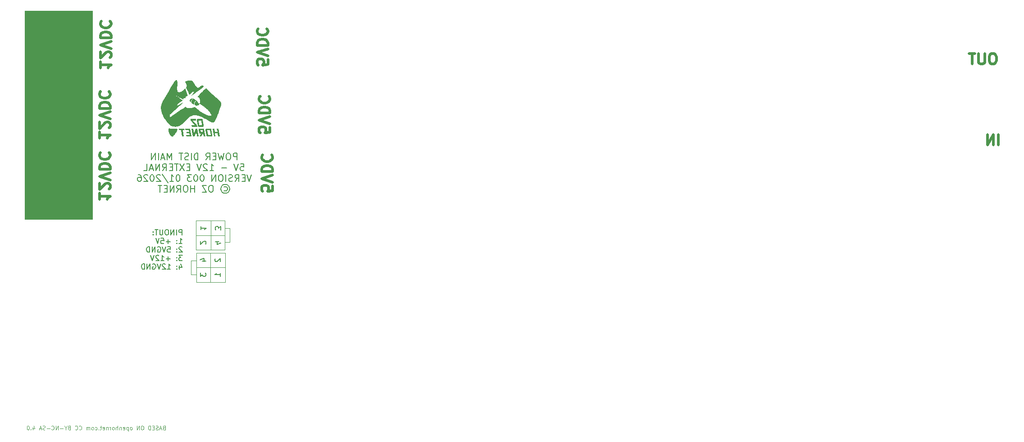
<source format=gbr>
%TF.GenerationSoftware,KiCad,Pcbnew,9.0.5*%
%TF.CreationDate,2026-01-25T07:56:32+10:00*%
%TF.ProjectId,OZ-HORNET-POWER-MAIN,4f5a2d48-4f52-44e4-9554-2d504f574552,rev?*%
%TF.SameCoordinates,Original*%
%TF.FileFunction,Legend,Bot*%
%TF.FilePolarity,Positive*%
%FSLAX46Y46*%
G04 Gerber Fmt 4.6, Leading zero omitted, Abs format (unit mm)*
G04 Created by KiCad (PCBNEW 9.0.5) date 2026-01-25 07:56:32*
%MOMM*%
%LPD*%
G01*
G04 APERTURE LIST*
%ADD10C,0.120000*%
%ADD11C,0.000000*%
%ADD12C,0.100000*%
%ADD13C,0.150000*%
%ADD14C,0.125000*%
%ADD15C,0.500000*%
%ADD16C,0.200000*%
G04 APERTURE END LIST*
D10*
X92462400Y-87910400D02*
X97898000Y-87910400D01*
D11*
G36*
X88735668Y-49859224D02*
G01*
X88767828Y-49871700D01*
X88796260Y-49893281D01*
X88821162Y-49923273D01*
X88842733Y-49960985D01*
X88861169Y-50005722D01*
X88876671Y-50056791D01*
X88889435Y-50113500D01*
X88899661Y-50175154D01*
X88913289Y-50310529D01*
X88919140Y-50457369D01*
X88918801Y-50610130D01*
X88905897Y-50911232D01*
X88875585Y-51340485D01*
X88872103Y-51412134D01*
X88870992Y-51484257D01*
X88872269Y-51556635D01*
X88875949Y-51629046D01*
X88882047Y-51701272D01*
X88890580Y-51773091D01*
X88901561Y-51844285D01*
X88915008Y-51914631D01*
X88918949Y-51931508D01*
X88923520Y-51947761D01*
X88928709Y-51963390D01*
X88934503Y-51978394D01*
X88940888Y-51992775D01*
X88947852Y-52006532D01*
X88955381Y-52019666D01*
X88963464Y-52032176D01*
X88972086Y-52044064D01*
X88981235Y-52055330D01*
X88990899Y-52065972D01*
X89001063Y-52075993D01*
X89011715Y-52085392D01*
X89022843Y-52094170D01*
X89034433Y-52102326D01*
X89046473Y-52109860D01*
X89058948Y-52116774D01*
X89071848Y-52123068D01*
X89085157Y-52128741D01*
X89098865Y-52133793D01*
X89112957Y-52138226D01*
X89127421Y-52142039D01*
X89142243Y-52145233D01*
X89157412Y-52147808D01*
X89172913Y-52149763D01*
X89188734Y-52151100D01*
X89204863Y-52151818D01*
X89221285Y-52151918D01*
X89237989Y-52151401D01*
X89254961Y-52150265D01*
X89272188Y-52148512D01*
X89289658Y-52146142D01*
X89364788Y-52126760D01*
X89439401Y-52102376D01*
X89513401Y-52073327D01*
X89586694Y-52039949D01*
X89659184Y-52002578D01*
X89730775Y-51961553D01*
X89801373Y-51917209D01*
X89870882Y-51869883D01*
X89939206Y-51819913D01*
X90006250Y-51767635D01*
X90071919Y-51713385D01*
X90136118Y-51657502D01*
X90198751Y-51600320D01*
X90259723Y-51542178D01*
X90376302Y-51424358D01*
X90897002Y-52825856D01*
X90885988Y-52828568D01*
X90880742Y-52829800D01*
X90878151Y-52830363D01*
X90875570Y-52830883D01*
X90838938Y-52837473D01*
X90802529Y-52844757D01*
X90766442Y-52853059D01*
X90748551Y-52857691D01*
X90730777Y-52862699D01*
X90713134Y-52868123D01*
X90695633Y-52874002D01*
X90678287Y-52880377D01*
X90661109Y-52887289D01*
X90644110Y-52894778D01*
X90627304Y-52902883D01*
X90610702Y-52911646D01*
X90594318Y-52921106D01*
X90585155Y-52926810D01*
X90576228Y-52932719D01*
X90567551Y-52938846D01*
X90559137Y-52945204D01*
X90550998Y-52951805D01*
X90543149Y-52958662D01*
X90535602Y-52965788D01*
X90528371Y-52973196D01*
X90521468Y-52980898D01*
X90514907Y-52988908D01*
X90508701Y-52997238D01*
X90502863Y-53005901D01*
X90497407Y-53014910D01*
X90492345Y-53024277D01*
X90487691Y-53034015D01*
X90483457Y-53044137D01*
X90480046Y-53053482D01*
X90477048Y-53062862D01*
X90474457Y-53072276D01*
X90472266Y-53081721D01*
X90470468Y-53091195D01*
X90469054Y-53100697D01*
X90468017Y-53110224D01*
X90467351Y-53119775D01*
X90467047Y-53129348D01*
X90467099Y-53138940D01*
X90467499Y-53148551D01*
X90468240Y-53158177D01*
X90469314Y-53167817D01*
X90470714Y-53177469D01*
X90472432Y-53187131D01*
X90474462Y-53196802D01*
X90475716Y-53202991D01*
X90476202Y-53205964D01*
X90476558Y-53208857D01*
X90476757Y-53211669D01*
X90476773Y-53214401D01*
X90476579Y-53217052D01*
X90476395Y-53218347D01*
X90476149Y-53219622D01*
X90475836Y-53220877D01*
X90475454Y-53222112D01*
X90475000Y-53223327D01*
X90474470Y-53224521D01*
X90473860Y-53225696D01*
X90473168Y-53226850D01*
X90472390Y-53227984D01*
X90471523Y-53229098D01*
X90470563Y-53230191D01*
X90469507Y-53231265D01*
X90468351Y-53232318D01*
X90467093Y-53233352D01*
X90465729Y-53234365D01*
X90464256Y-53235358D01*
X90462670Y-53236331D01*
X90460968Y-53237283D01*
X90458529Y-53238747D01*
X90456167Y-53240348D01*
X90453870Y-53242068D01*
X90451629Y-53243890D01*
X90449433Y-53245795D01*
X90447271Y-53247766D01*
X90443010Y-53251835D01*
X90438760Y-53255954D01*
X90436614Y-53257987D01*
X90434440Y-53259980D01*
X90432227Y-53261913D01*
X90429964Y-53263770D01*
X90427642Y-53265532D01*
X90425250Y-53267181D01*
X90423574Y-53268209D01*
X90421825Y-53269206D01*
X90420014Y-53270164D01*
X90418147Y-53271076D01*
X90416234Y-53271935D01*
X90414283Y-53272734D01*
X90412302Y-53273467D01*
X90410300Y-53274127D01*
X90408286Y-53274705D01*
X90406269Y-53275196D01*
X90404255Y-53275593D01*
X90402255Y-53275888D01*
X90400277Y-53276074D01*
X90398329Y-53276145D01*
X90396420Y-53276094D01*
X90394557Y-53275913D01*
X90374746Y-53273162D01*
X90354977Y-53270724D01*
X90335222Y-53268690D01*
X90315447Y-53267148D01*
X90295623Y-53266189D01*
X90275719Y-53265904D01*
X90255702Y-53266381D01*
X90245643Y-53266933D01*
X90235543Y-53267710D01*
X90215281Y-53270139D01*
X90195785Y-53273659D01*
X90177077Y-53278275D01*
X90159178Y-53283995D01*
X90142110Y-53290822D01*
X90125894Y-53298764D01*
X90110553Y-53307826D01*
X90096108Y-53318014D01*
X90082580Y-53329334D01*
X90069992Y-53341791D01*
X90058366Y-53355391D01*
X90047722Y-53370141D01*
X90038083Y-53386046D01*
X90029470Y-53403111D01*
X90021905Y-53421343D01*
X90015409Y-53440748D01*
X90012023Y-53452829D01*
X90008952Y-53465064D01*
X90006117Y-53477462D01*
X90003437Y-53490026D01*
X89998220Y-53515683D01*
X89992656Y-53542083D01*
X88599095Y-52724256D01*
X88595391Y-52729283D01*
X88600401Y-52735240D01*
X88605149Y-52741377D01*
X88609690Y-52747658D01*
X88614077Y-52754047D01*
X88631176Y-52779951D01*
X88635609Y-52786332D01*
X88640215Y-52792602D01*
X88645047Y-52798725D01*
X88650159Y-52804665D01*
X88655607Y-52810384D01*
X88661443Y-52815846D01*
X88667723Y-52821016D01*
X88671046Y-52823479D01*
X88674501Y-52825856D01*
X88777978Y-52895111D01*
X88881008Y-52964961D01*
X89086721Y-53105256D01*
X89509790Y-53392329D01*
X89909310Y-53662733D01*
X89910641Y-53663641D01*
X89911957Y-53664579D01*
X89914557Y-53666536D01*
X89917138Y-53668593D01*
X89919729Y-53670737D01*
X89925049Y-53675235D01*
X89927835Y-53677564D01*
X89930742Y-53679931D01*
X89683357Y-53850058D01*
X89420493Y-54030537D01*
X89158423Y-54212008D01*
X89136431Y-54226853D01*
X89114101Y-54241277D01*
X89091716Y-54255651D01*
X89069556Y-54270348D01*
X89058650Y-54277934D01*
X89047905Y-54285740D01*
X89037359Y-54293812D01*
X89027045Y-54302197D01*
X89017000Y-54310943D01*
X89007258Y-54320094D01*
X88997855Y-54329698D01*
X88988825Y-54339801D01*
X88822932Y-54531624D01*
X88822521Y-54532115D01*
X88822132Y-54532645D01*
X88821764Y-54533210D01*
X88821418Y-54533808D01*
X88820789Y-54535097D01*
X88820244Y-54536494D01*
X88819784Y-54537981D01*
X88819406Y-54539540D01*
X88819111Y-54541153D01*
X88818897Y-54542803D01*
X88818763Y-54544471D01*
X88818709Y-54546140D01*
X88818735Y-54547792D01*
X88818839Y-54549409D01*
X88819020Y-54550973D01*
X88819278Y-54552467D01*
X88819612Y-54553873D01*
X88820021Y-54555172D01*
X88831002Y-54582466D01*
X88842379Y-54609610D01*
X88865530Y-54663651D01*
X88878759Y-54693285D01*
X89951644Y-54141364D01*
X89951697Y-54141748D01*
X89951754Y-54142108D01*
X89951876Y-54142757D01*
X89951998Y-54143312D01*
X89952107Y-54143778D01*
X89952192Y-54144157D01*
X89952221Y-54144315D01*
X89952239Y-54144452D01*
X89952245Y-54144569D01*
X89952237Y-54144666D01*
X89952214Y-54144744D01*
X89952173Y-54144803D01*
X89701612Y-54372345D01*
X89633317Y-54434622D01*
X89564823Y-54496699D01*
X89354743Y-54686141D01*
X89219277Y-54808908D01*
X89012638Y-54995174D01*
X88988709Y-55016891D01*
X88964880Y-55038731D01*
X88917123Y-55082487D01*
X88712071Y-55267431D01*
X88613381Y-55357654D01*
X88411239Y-55539687D01*
X88269687Y-55668804D01*
X88061460Y-55856658D01*
X87921231Y-55984188D01*
X87730731Y-56154844D01*
X87577802Y-56294808D01*
X87566814Y-56304829D01*
X87563975Y-56307214D01*
X87561068Y-56309449D01*
X87558076Y-56311482D01*
X87556543Y-56312407D01*
X87554982Y-56313263D01*
X87553392Y-56314042D01*
X87551770Y-56314739D01*
X87550115Y-56315348D01*
X87548424Y-56315861D01*
X87546696Y-56316273D01*
X87544928Y-56316576D01*
X87543118Y-56316766D01*
X87541265Y-56316835D01*
X87539366Y-56316776D01*
X87537419Y-56316584D01*
X87535422Y-56316252D01*
X87533374Y-56315774D01*
X87531271Y-56315143D01*
X87529113Y-56314353D01*
X87526897Y-56313398D01*
X87524620Y-56312270D01*
X87524065Y-56311988D01*
X87523493Y-56311736D01*
X87522904Y-56311512D01*
X87522298Y-56311315D01*
X87521043Y-56310999D01*
X87519734Y-56310778D01*
X87518379Y-56310643D01*
X87516984Y-56310583D01*
X87515556Y-56310588D01*
X87514103Y-56310650D01*
X87512632Y-56310759D01*
X87511148Y-56310904D01*
X87508175Y-56311267D01*
X87505239Y-56311660D01*
X87502395Y-56312006D01*
X87497827Y-56312649D01*
X87493460Y-56313574D01*
X87489309Y-56314766D01*
X87485388Y-56316211D01*
X87481711Y-56317893D01*
X87478295Y-56319797D01*
X87475152Y-56321908D01*
X87472299Y-56324210D01*
X87470986Y-56325429D01*
X87469750Y-56326690D01*
X87468594Y-56327991D01*
X87467519Y-56329331D01*
X87466528Y-56330707D01*
X87465622Y-56332119D01*
X87464803Y-56333563D01*
X87464072Y-56335038D01*
X87463433Y-56336542D01*
X87462886Y-56338073D01*
X87462433Y-56339629D01*
X87462076Y-56341209D01*
X87461818Y-56342811D01*
X87461660Y-56344432D01*
X87461603Y-56346070D01*
X87461650Y-56347725D01*
X87467801Y-56436493D01*
X87470802Y-56480852D01*
X87473556Y-56525261D01*
X87479807Y-56643133D01*
X87485462Y-56761005D01*
X87494194Y-56970290D01*
X87495301Y-56991945D01*
X87496016Y-57002763D01*
X87496905Y-57013550D01*
X87498017Y-57024287D01*
X87499402Y-57034956D01*
X87501110Y-57045538D01*
X87503189Y-57056015D01*
X87505511Y-57065855D01*
X87508121Y-57075702D01*
X87511035Y-57085511D01*
X87514268Y-57095239D01*
X87517837Y-57104844D01*
X87521755Y-57114281D01*
X87523851Y-57118924D01*
X87526040Y-57123508D01*
X87528325Y-57128028D01*
X87530706Y-57132480D01*
X87532258Y-57135193D01*
X87533835Y-57137726D01*
X87535435Y-57140080D01*
X87537056Y-57142254D01*
X87538695Y-57144249D01*
X87540350Y-57146064D01*
X87542019Y-57147700D01*
X87543700Y-57149157D01*
X87545389Y-57150435D01*
X87547085Y-57151534D01*
X87548785Y-57152454D01*
X87550486Y-57153195D01*
X87552188Y-57153758D01*
X87553886Y-57154142D01*
X87555579Y-57154347D01*
X87557264Y-57154374D01*
X87558939Y-57154223D01*
X87560602Y-57153894D01*
X87562249Y-57153386D01*
X87563880Y-57152701D01*
X87565491Y-57151838D01*
X87567080Y-57150797D01*
X87568645Y-57149578D01*
X87570183Y-57148181D01*
X87571692Y-57146607D01*
X87573170Y-57144856D01*
X87574613Y-57142927D01*
X87576021Y-57140821D01*
X87577390Y-57138538D01*
X87578718Y-57136078D01*
X87580003Y-57133441D01*
X87581242Y-57130628D01*
X87584892Y-57121482D01*
X87588270Y-57112132D01*
X87591325Y-57102620D01*
X87592716Y-57097817D01*
X87594008Y-57092990D01*
X87595194Y-57088145D01*
X87596269Y-57083287D01*
X87597226Y-57078420D01*
X87598059Y-57073552D01*
X87598762Y-57068686D01*
X87599328Y-57063829D01*
X87599752Y-57058986D01*
X87600027Y-57054163D01*
X87600573Y-57037670D01*
X87600676Y-57021139D01*
X87600413Y-57004584D01*
X87599861Y-56988017D01*
X87598203Y-56954895D01*
X87596322Y-56921871D01*
X87595699Y-56912247D01*
X87594859Y-56902623D01*
X87593858Y-56892998D01*
X87592751Y-56883374D01*
X87590444Y-56864125D01*
X87589356Y-56854501D01*
X87588385Y-56844877D01*
X87588042Y-56840768D01*
X87587825Y-56836775D01*
X87587758Y-56832895D01*
X87587869Y-56829126D01*
X87588182Y-56825466D01*
X87588725Y-56821911D01*
X87589523Y-56818461D01*
X87590601Y-56815112D01*
X87591254Y-56813474D01*
X87591987Y-56811862D01*
X87592803Y-56810273D01*
X87593705Y-56808709D01*
X87594698Y-56807168D01*
X87595783Y-56805650D01*
X87596964Y-56804156D01*
X87598245Y-56802684D01*
X87599629Y-56801235D01*
X87601118Y-56799808D01*
X87602717Y-56798403D01*
X87604428Y-56797019D01*
X87606255Y-56795657D01*
X87608201Y-56794316D01*
X87610269Y-56792995D01*
X87612462Y-56791695D01*
X87630094Y-56781243D01*
X87647503Y-56770384D01*
X87664738Y-56759209D01*
X87681849Y-56747808D01*
X87715898Y-56724686D01*
X87750046Y-56701737D01*
X88090036Y-56478165D01*
X88623700Y-56128121D01*
X88626011Y-56126584D01*
X88628175Y-56125043D01*
X88630180Y-56123486D01*
X88632014Y-56121903D01*
X88632864Y-56121098D01*
X88633667Y-56120283D01*
X88634422Y-56119455D01*
X88635128Y-56118615D01*
X88635782Y-56117759D01*
X88636384Y-56116887D01*
X88636933Y-56115998D01*
X88637426Y-56115090D01*
X88637862Y-56114162D01*
X88638241Y-56113213D01*
X88638560Y-56112240D01*
X88638818Y-56111243D01*
X88639015Y-56110221D01*
X88639147Y-56109172D01*
X88639215Y-56108095D01*
X88639216Y-56106987D01*
X88639149Y-56105849D01*
X88639013Y-56104679D01*
X88638806Y-56103475D01*
X88638528Y-56102235D01*
X88638176Y-56100960D01*
X88637749Y-56099646D01*
X88637246Y-56098293D01*
X88636665Y-56096900D01*
X88635853Y-56094943D01*
X88635152Y-56093038D01*
X88634560Y-56091185D01*
X88634075Y-56089381D01*
X88633694Y-56087625D01*
X88633416Y-56085917D01*
X88633238Y-56084253D01*
X88633159Y-56082633D01*
X88633176Y-56081056D01*
X88633286Y-56079519D01*
X88633489Y-56078022D01*
X88633781Y-56076562D01*
X88634161Y-56075139D01*
X88634626Y-56073750D01*
X88635175Y-56072394D01*
X88635805Y-56071070D01*
X88636514Y-56069777D01*
X88637300Y-56068512D01*
X88638160Y-56067274D01*
X88639094Y-56066062D01*
X88640097Y-56064875D01*
X88641170Y-56063710D01*
X88643511Y-56061442D01*
X88646100Y-56059247D01*
X88648921Y-56057113D01*
X88651955Y-56055028D01*
X88655186Y-56052979D01*
X88668843Y-56044464D01*
X88682438Y-56035806D01*
X88709492Y-56018187D01*
X88763401Y-55982600D01*
X89139373Y-55736802D01*
X89500000Y-55500000D01*
X89988951Y-55179326D01*
X90403289Y-54906805D01*
X90404387Y-54906093D01*
X90405452Y-54905445D01*
X90406484Y-54904861D01*
X90407484Y-54904338D01*
X90408456Y-54903876D01*
X90409400Y-54903474D01*
X90410317Y-54903130D01*
X90411209Y-54902844D01*
X90412078Y-54902615D01*
X90412926Y-54902441D01*
X90413753Y-54902322D01*
X90414562Y-54902256D01*
X90415354Y-54902243D01*
X90416130Y-54902280D01*
X90416892Y-54902368D01*
X90417642Y-54902505D01*
X90418381Y-54902690D01*
X90419110Y-54902922D01*
X90419832Y-54903200D01*
X90420548Y-54903523D01*
X90421259Y-54903890D01*
X90421967Y-54904299D01*
X90423380Y-54905242D01*
X90424799Y-54906343D01*
X90426236Y-54907593D01*
X90427705Y-54908985D01*
X90429217Y-54910509D01*
X90455109Y-54936847D01*
X90481175Y-54963062D01*
X90507389Y-54989127D01*
X90533728Y-55015019D01*
X90535188Y-55016448D01*
X90536689Y-55017857D01*
X90538228Y-55019243D01*
X90539805Y-55020604D01*
X90541415Y-55021940D01*
X90543057Y-55023246D01*
X90544729Y-55024523D01*
X90546427Y-55025768D01*
X90548151Y-55026978D01*
X90549897Y-55028153D01*
X90551663Y-55029289D01*
X90553447Y-55030386D01*
X90555247Y-55031440D01*
X90557059Y-55032451D01*
X90558883Y-55033416D01*
X90560715Y-55034334D01*
X90580207Y-55043370D01*
X90599881Y-55051652D01*
X90619727Y-55059222D01*
X90639735Y-55066121D01*
X90659895Y-55072389D01*
X90680196Y-55078066D01*
X90700630Y-55083194D01*
X90721185Y-55087813D01*
X90741852Y-55091963D01*
X90762620Y-55095686D01*
X90804421Y-55102013D01*
X90846508Y-55107118D01*
X90888798Y-55111327D01*
X90901819Y-55112389D01*
X90914876Y-55113221D01*
X90927959Y-55113867D01*
X90941053Y-55114370D01*
X90993309Y-55115825D01*
X91068053Y-55118703D01*
X91086755Y-55119228D01*
X91105451Y-55119509D01*
X91124134Y-55119461D01*
X91142798Y-55119000D01*
X91207245Y-55115953D01*
X91271617Y-55112088D01*
X91335940Y-55107578D01*
X91400238Y-55102596D01*
X91434398Y-55099653D01*
X91451476Y-55097983D01*
X91468533Y-55096114D01*
X91485553Y-55093997D01*
X91502520Y-55091583D01*
X91519418Y-55088821D01*
X91536233Y-55085663D01*
X91839016Y-55025140D01*
X92141600Y-54963426D01*
X92144150Y-54962910D01*
X92146643Y-54962460D01*
X92149084Y-54962087D01*
X92151481Y-54961801D01*
X92153836Y-54961613D01*
X92156157Y-54961533D01*
X92158449Y-54961571D01*
X92160716Y-54961739D01*
X92162965Y-54962046D01*
X92165201Y-54962503D01*
X92167429Y-54963121D01*
X92169654Y-54963909D01*
X92171883Y-54964879D01*
X92174120Y-54966041D01*
X92176371Y-54967405D01*
X92178642Y-54968982D01*
X92310966Y-55066415D01*
X92443489Y-55163451D01*
X92748289Y-55386495D01*
X93078754Y-55627001D01*
X93266542Y-55765279D01*
X93360858Y-55833760D01*
X93408403Y-55867435D01*
X93456315Y-55900580D01*
X93552185Y-55965109D01*
X93648997Y-56028275D01*
X93697804Y-56059229D01*
X93746902Y-56089703D01*
X93796309Y-56119650D01*
X93846046Y-56149024D01*
X93887051Y-56172486D01*
X93928472Y-56195289D01*
X93970252Y-56217489D01*
X94012337Y-56239147D01*
X94054669Y-56260322D01*
X94097193Y-56281071D01*
X94182596Y-56321533D01*
X94218435Y-56337957D01*
X94254500Y-56353907D01*
X94290771Y-56369404D01*
X94327224Y-56384470D01*
X94363838Y-56399127D01*
X94400592Y-56413396D01*
X94474431Y-56440859D01*
X94529374Y-56460123D01*
X94584671Y-56478186D01*
X94640328Y-56494991D01*
X94696350Y-56510478D01*
X94752745Y-56524588D01*
X94809518Y-56537263D01*
X94866675Y-56548443D01*
X94924223Y-56558070D01*
X94951841Y-56562148D01*
X94979521Y-56565891D01*
X95035017Y-56572621D01*
X95146208Y-56584792D01*
X95169868Y-56587372D01*
X95193602Y-56589555D01*
X95217385Y-56591341D01*
X95241193Y-56592730D01*
X95251420Y-56593121D01*
X95261690Y-56593329D01*
X95282535Y-56593358D01*
X95326654Y-56592994D01*
X95316864Y-56555655D01*
X95312143Y-56538263D01*
X95309674Y-56529745D01*
X95307075Y-56521292D01*
X95285039Y-56455899D01*
X95260665Y-56391646D01*
X95234047Y-56328485D01*
X95205276Y-56266366D01*
X95174447Y-56205239D01*
X95141652Y-56145054D01*
X95106985Y-56085763D01*
X95070537Y-56027315D01*
X95025281Y-55959357D01*
X94978111Y-55892927D01*
X94929174Y-55827918D01*
X94878615Y-55764220D01*
X94826581Y-55701725D01*
X94773216Y-55640325D01*
X94718667Y-55579910D01*
X94663079Y-55520373D01*
X94645893Y-55502424D01*
X94628481Y-55484683D01*
X94610864Y-55467134D01*
X94593064Y-55449762D01*
X94575102Y-55432551D01*
X94557002Y-55415486D01*
X94520469Y-55381732D01*
X94370913Y-55246662D01*
X94295515Y-55179846D01*
X94219373Y-55113973D01*
X94188196Y-55087629D01*
X94156787Y-55061569D01*
X94093332Y-55010256D01*
X94029133Y-54959936D01*
X93964315Y-54910508D01*
X93886759Y-54852871D01*
X93808607Y-54796076D01*
X93651313Y-54684025D01*
X93423837Y-54524581D01*
X93195965Y-54365732D01*
X93138186Y-54325316D01*
X93081400Y-54285298D01*
X93084163Y-54279859D01*
X93086882Y-54274628D01*
X93092116Y-54264628D01*
X93094593Y-54259778D01*
X93096953Y-54254975D01*
X93099176Y-54250178D01*
X93101244Y-54245347D01*
X93108763Y-54225386D01*
X93115572Y-54205297D01*
X93121709Y-54185087D01*
X93127214Y-54164764D01*
X93132128Y-54144336D01*
X93136488Y-54123810D01*
X93140336Y-54103194D01*
X93143710Y-54082495D01*
X93149194Y-54040883D01*
X93153259Y-53999036D01*
X93156221Y-53957015D01*
X93158394Y-53914882D01*
X93158788Y-53900682D01*
X93158820Y-53886464D01*
X93158547Y-53872233D01*
X93158030Y-53857997D01*
X93156496Y-53829529D01*
X93154690Y-53801111D01*
X93149861Y-53723522D01*
X93148344Y-53704140D01*
X93146504Y-53684802D01*
X93144243Y-53665525D01*
X93141461Y-53646330D01*
X93135801Y-53612453D01*
X93129468Y-53578712D01*
X93122360Y-53545145D01*
X93114374Y-53511789D01*
X93105409Y-53478681D01*
X93095361Y-53445858D01*
X93084129Y-53413358D01*
X93071611Y-53381217D01*
X93062648Y-53360167D01*
X93053291Y-53339411D01*
X93043493Y-53318988D01*
X93033205Y-53298936D01*
X93022380Y-53279294D01*
X93010972Y-53260103D01*
X92998933Y-53241401D01*
X92986216Y-53223228D01*
X92972774Y-53205621D01*
X92958558Y-53188621D01*
X92943522Y-53172267D01*
X92927619Y-53156598D01*
X92910802Y-53141653D01*
X92893022Y-53127471D01*
X92874233Y-53114091D01*
X92854388Y-53101552D01*
X92834490Y-53089754D01*
X92824255Y-53083981D01*
X92819080Y-53081227D01*
X92813873Y-53078600D01*
X92808639Y-53076127D01*
X92803380Y-53073838D01*
X92798103Y-53071762D01*
X92792810Y-53069926D01*
X92787506Y-53068361D01*
X92782196Y-53067093D01*
X92776883Y-53066153D01*
X92771573Y-53065569D01*
X92767510Y-53065203D01*
X92763603Y-53064702D01*
X92759847Y-53064070D01*
X92756236Y-53063310D01*
X92752764Y-53062426D01*
X92749427Y-53061420D01*
X92746219Y-53060296D01*
X92743134Y-53059058D01*
X92740168Y-53057708D01*
X92737314Y-53056251D01*
X92734568Y-53054689D01*
X92731924Y-53053025D01*
X92729377Y-53051264D01*
X92726921Y-53049409D01*
X92722261Y-53045427D01*
X92717902Y-53041108D01*
X92713801Y-53036478D01*
X92709915Y-53031563D01*
X92706200Y-53026390D01*
X92702614Y-53020986D01*
X92699114Y-53015378D01*
X92692198Y-53003656D01*
X92772830Y-52914492D01*
X92853065Y-52826121D01*
X93093042Y-52565507D01*
X93279837Y-52362307D01*
X93468485Y-52157254D01*
X93560461Y-52057011D01*
X93652635Y-51956965D01*
X93763000Y-51838862D01*
X93817872Y-51779525D01*
X93845046Y-51749579D01*
X93871975Y-51719369D01*
X93875443Y-51715616D01*
X93878910Y-51712192D01*
X93882384Y-51709091D01*
X93885878Y-51706305D01*
X93889401Y-51703830D01*
X93892965Y-51701658D01*
X93896578Y-51699785D01*
X93900252Y-51698202D01*
X93903998Y-51696905D01*
X93907826Y-51695887D01*
X93911745Y-51695142D01*
X93915768Y-51694664D01*
X93919903Y-51694445D01*
X93924162Y-51694482D01*
X93928556Y-51694766D01*
X93933094Y-51695292D01*
X93937138Y-51695705D01*
X93941042Y-51695857D01*
X93944813Y-51695753D01*
X93948460Y-51695399D01*
X93951991Y-51694800D01*
X93955413Y-51693962D01*
X93958736Y-51692889D01*
X93961966Y-51691588D01*
X93965113Y-51690063D01*
X93968185Y-51688321D01*
X93971188Y-51686366D01*
X93974133Y-51684204D01*
X93977027Y-51681841D01*
X93979877Y-51679282D01*
X93982693Y-51676531D01*
X93985481Y-51673596D01*
X94017967Y-51638220D01*
X94050701Y-51603118D01*
X94083633Y-51568263D01*
X94116715Y-51533631D01*
X94186862Y-51461036D01*
X94257208Y-51388640D01*
X94574651Y-51688727D01*
X94894482Y-51986234D01*
X95539644Y-52575296D01*
X96840335Y-53742109D01*
X96888362Y-53786956D01*
X96932310Y-53832638D01*
X96972153Y-53879214D01*
X97007862Y-53926742D01*
X97024157Y-53950883D01*
X97039408Y-53975283D01*
X97053611Y-53999952D01*
X97066763Y-54024896D01*
X97078860Y-54050123D01*
X97089899Y-54075640D01*
X97099876Y-54101454D01*
X97108788Y-54127573D01*
X97116631Y-54154005D01*
X97123401Y-54180757D01*
X97129095Y-54207835D01*
X97133710Y-54235249D01*
X97137242Y-54263004D01*
X97139687Y-54291109D01*
X97141042Y-54319571D01*
X97141303Y-54348397D01*
X97140467Y-54377595D01*
X97138530Y-54407172D01*
X97135489Y-54437135D01*
X97131340Y-54467492D01*
X97126080Y-54498251D01*
X97119705Y-54529418D01*
X97103596Y-54593008D01*
X97011669Y-54905635D01*
X96914286Y-55216255D01*
X96811446Y-55524873D01*
X96703149Y-55831490D01*
X96589394Y-56136111D01*
X96470183Y-56438738D01*
X96345515Y-56739374D01*
X96215389Y-57038023D01*
X96179808Y-57116047D01*
X96142968Y-57193549D01*
X96104950Y-57270530D01*
X96065834Y-57346991D01*
X96025701Y-57422930D01*
X95984631Y-57498349D01*
X95942706Y-57573247D01*
X95900006Y-57647624D01*
X95888588Y-57666770D01*
X95877140Y-57684976D01*
X95865644Y-57702250D01*
X95854078Y-57718602D01*
X95842423Y-57734041D01*
X95830659Y-57748576D01*
X95818766Y-57762216D01*
X95806724Y-57774971D01*
X95794513Y-57786850D01*
X95782113Y-57797863D01*
X95769504Y-57808018D01*
X95756666Y-57817325D01*
X95743579Y-57825793D01*
X95730224Y-57833432D01*
X95716580Y-57840251D01*
X95702627Y-57846260D01*
X95688345Y-57851466D01*
X95673715Y-57855881D01*
X95658716Y-57859512D01*
X95643329Y-57862370D01*
X95627533Y-57864464D01*
X95611309Y-57865803D01*
X95594637Y-57866396D01*
X95577495Y-57866252D01*
X95559866Y-57865382D01*
X95541728Y-57863793D01*
X95523062Y-57861497D01*
X95503848Y-57858501D01*
X95484066Y-57854815D01*
X95463695Y-57850448D01*
X95421110Y-57839711D01*
X95347081Y-57816228D01*
X95274340Y-57789720D01*
X95202778Y-57760469D01*
X95132280Y-57728756D01*
X95062736Y-57694861D01*
X94994034Y-57659067D01*
X94858705Y-57582900D01*
X94328646Y-57258422D01*
X94138055Y-57148023D01*
X93937937Y-57038056D01*
X93729756Y-56931164D01*
X93514973Y-56829987D01*
X93295051Y-56737166D01*
X93071453Y-56655343D01*
X92845639Y-56587157D01*
X92619074Y-56535250D01*
X92505966Y-56516226D01*
X92393218Y-56502262D01*
X92281013Y-56493689D01*
X92169535Y-56490836D01*
X92058965Y-56494033D01*
X91949486Y-56503611D01*
X91841282Y-56519899D01*
X91734534Y-56543229D01*
X91629427Y-56573929D01*
X91526142Y-56612330D01*
X91424863Y-56658762D01*
X91325771Y-56713555D01*
X91229051Y-56777040D01*
X91134884Y-56849546D01*
X91043454Y-56931404D01*
X90954944Y-57022943D01*
X90807835Y-57172373D01*
X90662112Y-57315345D01*
X90517077Y-57453759D01*
X90372034Y-57589515D01*
X90079127Y-57860659D01*
X89929870Y-57999848D01*
X89777812Y-58143982D01*
X89748642Y-58170850D01*
X89718614Y-58197077D01*
X89687781Y-58222654D01*
X89656199Y-58247571D01*
X89623921Y-58271820D01*
X89591001Y-58295392D01*
X89557492Y-58318277D01*
X89523449Y-58340468D01*
X89488925Y-58361956D01*
X89453975Y-58382730D01*
X89418652Y-58402783D01*
X89383009Y-58422105D01*
X89347102Y-58440687D01*
X89310983Y-58458522D01*
X89274708Y-58475598D01*
X89238328Y-58491909D01*
X89114742Y-58540665D01*
X88988734Y-58580031D01*
X88861013Y-58610094D01*
X88732287Y-58630939D01*
X88603268Y-58642654D01*
X88474663Y-58645323D01*
X88347182Y-58639033D01*
X88221534Y-58623870D01*
X88098429Y-58599920D01*
X87978575Y-58567269D01*
X87862683Y-58526003D01*
X87751460Y-58476208D01*
X87645618Y-58417970D01*
X87545864Y-58351375D01*
X87452908Y-58276510D01*
X87367459Y-58193459D01*
X87245322Y-58060940D01*
X87126931Y-57928345D01*
X87012402Y-57795301D01*
X86901847Y-57661436D01*
X86795380Y-57526375D01*
X86693115Y-57389745D01*
X86595165Y-57251174D01*
X86501644Y-57110288D01*
X86412665Y-56966713D01*
X86328342Y-56820078D01*
X86248789Y-56670007D01*
X86174119Y-56516129D01*
X86104445Y-56358069D01*
X86039881Y-56195455D01*
X85980542Y-56027914D01*
X85926539Y-55855072D01*
X85891277Y-55724354D01*
X85862163Y-55594423D01*
X85839312Y-55465258D01*
X85822839Y-55336840D01*
X85812858Y-55209149D01*
X85809486Y-55082166D01*
X85812835Y-54955870D01*
X85823021Y-54830241D01*
X85840158Y-54705261D01*
X85864362Y-54580909D01*
X85895746Y-54457166D01*
X85934427Y-54334011D01*
X85980517Y-54211426D01*
X86034133Y-54089389D01*
X86095389Y-53967882D01*
X86164399Y-53846885D01*
X86163871Y-53847941D01*
X86454967Y-53371906D01*
X86736913Y-52889865D01*
X87288846Y-51917971D01*
X87566579Y-51433223D01*
X87850652Y-50952676D01*
X88144938Y-50478883D01*
X88453311Y-50014394D01*
X88512004Y-49957682D01*
X88565779Y-49914235D01*
X88614835Y-49883359D01*
X88659369Y-49864360D01*
X88699581Y-49856547D01*
X88735668Y-49859224D01*
G37*
D10*
X95154800Y-81763600D02*
X95154800Y-76277200D01*
X92395600Y-86446400D02*
X91495600Y-86446400D01*
D11*
G36*
X92549324Y-53888422D02*
G01*
X92560210Y-53886906D01*
X92570752Y-53886121D01*
X92580966Y-53886052D01*
X92590868Y-53886685D01*
X92600474Y-53888007D01*
X92609800Y-53890003D01*
X92618861Y-53892659D01*
X92627674Y-53895962D01*
X92636254Y-53899898D01*
X92644618Y-53904452D01*
X92652781Y-53909610D01*
X92660759Y-53915360D01*
X92668569Y-53921686D01*
X92676225Y-53928574D01*
X92683743Y-53936012D01*
X92691141Y-53943984D01*
X92772484Y-54034025D01*
X92854720Y-54123372D01*
X93020283Y-54301172D01*
X93022448Y-54303607D01*
X93024387Y-54306052D01*
X93026107Y-54308513D01*
X93027617Y-54310995D01*
X93028925Y-54313501D01*
X93030040Y-54316036D01*
X93030971Y-54318606D01*
X93031726Y-54321214D01*
X93032313Y-54323866D01*
X93032742Y-54326566D01*
X93033020Y-54329318D01*
X93033156Y-54332128D01*
X93033159Y-54335000D01*
X93033038Y-54337939D01*
X93032800Y-54340948D01*
X93032454Y-54344034D01*
X93030302Y-54356754D01*
X93027533Y-54369124D01*
X93024165Y-54381153D01*
X93020221Y-54392850D01*
X93015720Y-54404225D01*
X93010683Y-54415286D01*
X93005130Y-54426043D01*
X92999083Y-54436506D01*
X92992561Y-54446684D01*
X92985586Y-54456586D01*
X92978177Y-54466221D01*
X92970355Y-54475598D01*
X92962141Y-54484728D01*
X92953556Y-54493619D01*
X92944619Y-54502281D01*
X92935352Y-54510722D01*
X92914748Y-54528419D01*
X92893803Y-54545361D01*
X92872496Y-54561503D01*
X92850809Y-54576797D01*
X92828722Y-54591197D01*
X92806216Y-54604656D01*
X92783270Y-54617126D01*
X92759867Y-54628561D01*
X92735986Y-54638913D01*
X92711608Y-54648137D01*
X92686714Y-54656185D01*
X92661285Y-54663010D01*
X92635300Y-54668566D01*
X92608741Y-54672804D01*
X92581588Y-54675680D01*
X92553823Y-54677145D01*
X92540949Y-54677331D01*
X92528126Y-54677194D01*
X92515356Y-54676735D01*
X92502638Y-54675954D01*
X92489975Y-54674850D01*
X92477367Y-54673424D01*
X92464815Y-54671675D01*
X92452322Y-54669604D01*
X92439887Y-54667210D01*
X92427512Y-54664494D01*
X92415199Y-54661456D01*
X92402948Y-54658095D01*
X92390761Y-54654411D01*
X92378638Y-54650405D01*
X92366581Y-54646077D01*
X92354591Y-54641426D01*
X92338069Y-54634648D01*
X92321630Y-54627634D01*
X92288942Y-54613049D01*
X92256402Y-54597968D01*
X92223887Y-54582688D01*
X92222207Y-54581858D01*
X92220542Y-54580958D01*
X92218893Y-54579991D01*
X92217264Y-54578963D01*
X92215657Y-54577878D01*
X92214074Y-54576740D01*
X92212517Y-54575552D01*
X92210989Y-54574321D01*
X92209491Y-54573049D01*
X92208028Y-54571741D01*
X92206599Y-54570401D01*
X92205209Y-54569033D01*
X92203859Y-54567643D01*
X92202552Y-54566233D01*
X92201290Y-54564808D01*
X92200075Y-54563374D01*
X92181371Y-54539501D01*
X92164765Y-54515251D01*
X92150208Y-54490683D01*
X92137650Y-54465857D01*
X92127043Y-54440832D01*
X92118337Y-54415668D01*
X92111484Y-54390424D01*
X92106433Y-54365159D01*
X92103136Y-54339935D01*
X92101544Y-54314809D01*
X92101607Y-54289843D01*
X92103276Y-54265094D01*
X92106502Y-54240624D01*
X92111237Y-54216491D01*
X92117430Y-54192755D01*
X92125032Y-54169475D01*
X92133995Y-54146712D01*
X92144269Y-54124525D01*
X92155806Y-54102973D01*
X92168555Y-54082116D01*
X92182468Y-54062014D01*
X92197495Y-54042726D01*
X92213587Y-54024312D01*
X92230696Y-54006831D01*
X92248772Y-53990343D01*
X92267766Y-53974908D01*
X92287628Y-53960585D01*
X92308310Y-53947433D01*
X92329762Y-53935513D01*
X92351935Y-53924884D01*
X92374780Y-53915605D01*
X92398248Y-53907736D01*
X92398247Y-53907736D01*
X92407411Y-53905125D01*
X92416643Y-53902733D01*
X92435285Y-53898521D01*
X92454118Y-53894923D01*
X92473091Y-53891762D01*
X92511245Y-53886045D01*
X92530320Y-53883135D01*
X92549324Y-53879955D01*
X92549324Y-53888422D01*
G37*
G36*
X91357617Y-49940296D02*
G01*
X91409501Y-49944293D01*
X91460063Y-49950822D01*
X91509123Y-49960051D01*
X91556500Y-49972151D01*
X91602012Y-49987287D01*
X91645480Y-50005631D01*
X91686721Y-50027348D01*
X91725555Y-50052610D01*
X91761802Y-50081583D01*
X91795280Y-50114436D01*
X91825808Y-50151338D01*
X91853205Y-50192457D01*
X91985435Y-50394244D01*
X92120269Y-50594293D01*
X92257832Y-50792458D01*
X92398247Y-50988589D01*
X92483502Y-51090476D01*
X92522048Y-51133706D01*
X92558127Y-51172021D01*
X92591933Y-51205594D01*
X92623657Y-51234595D01*
X92653492Y-51259194D01*
X92681628Y-51279564D01*
X92708259Y-51295875D01*
X92733576Y-51308299D01*
X92757772Y-51317006D01*
X92781038Y-51322168D01*
X92803566Y-51323956D01*
X92825548Y-51322541D01*
X92847176Y-51318093D01*
X92868643Y-51310785D01*
X92890140Y-51300787D01*
X92911859Y-51288270D01*
X92933993Y-51273406D01*
X92956732Y-51256366D01*
X93004798Y-51216440D01*
X93057593Y-51169861D01*
X93116652Y-51118000D01*
X93183512Y-51062223D01*
X93259709Y-51003902D01*
X93301789Y-50974214D01*
X93346778Y-50944403D01*
X93382919Y-50922990D01*
X93418078Y-50905067D01*
X93435319Y-50897407D01*
X93452350Y-50890611D01*
X93469181Y-50884675D01*
X93485825Y-50879597D01*
X93502293Y-50875373D01*
X93518597Y-50871999D01*
X93534747Y-50869474D01*
X93550757Y-50867794D01*
X93566636Y-50866956D01*
X93582397Y-50866956D01*
X93598052Y-50867792D01*
X93613611Y-50869460D01*
X93629086Y-50871958D01*
X93644489Y-50875282D01*
X93659832Y-50879429D01*
X93675125Y-50884397D01*
X93690381Y-50890181D01*
X93705611Y-50896779D01*
X93720826Y-50904188D01*
X93736038Y-50912405D01*
X93766500Y-50931250D01*
X93797088Y-50953288D01*
X93827894Y-50978494D01*
X93859012Y-51006845D01*
X93894466Y-51041208D01*
X93929920Y-51075372D01*
X93922028Y-51081168D01*
X93914210Y-51087014D01*
X93898699Y-51098655D01*
X93899229Y-51098656D01*
X93431710Y-51444995D01*
X93053885Y-51725983D01*
X92557791Y-52093489D01*
X92129960Y-52411254D01*
X91631220Y-52782729D01*
X91549729Y-52843054D01*
X91545495Y-52838291D01*
X92070428Y-52061210D01*
X92067728Y-52059871D01*
X92065348Y-52058634D01*
X92061333Y-52056480D01*
X92059594Y-52055569D01*
X92057964Y-52054773D01*
X92057173Y-52054419D01*
X92056389Y-52054094D01*
X92055607Y-52053800D01*
X92054818Y-52053537D01*
X91996246Y-52036967D01*
X91966972Y-52028497D01*
X91952393Y-52024052D01*
X91937872Y-52019406D01*
X91933047Y-52017844D01*
X91928293Y-52016451D01*
X91923606Y-52015253D01*
X91918984Y-52014275D01*
X91914421Y-52013544D01*
X91909916Y-52013085D01*
X91905464Y-52012925D01*
X91901062Y-52013089D01*
X91896707Y-52013603D01*
X91894546Y-52014000D01*
X91892395Y-52014494D01*
X91890253Y-52015088D01*
X91888122Y-52015787D01*
X91885999Y-52016592D01*
X91883885Y-52017508D01*
X91881779Y-52018537D01*
X91879681Y-52019684D01*
X91877590Y-52020950D01*
X91875506Y-52022339D01*
X91873428Y-52023855D01*
X91871356Y-52025501D01*
X91869290Y-52027280D01*
X91867229Y-52029195D01*
X91865144Y-52031126D01*
X91862963Y-52032956D01*
X91860697Y-52034697D01*
X91858357Y-52036360D01*
X91855951Y-52037956D01*
X91853490Y-52039497D01*
X91848443Y-52042458D01*
X91838133Y-52048208D01*
X91833030Y-52051178D01*
X91830527Y-52052726D01*
X91828070Y-52054331D01*
X91746405Y-52107181D01*
X91705780Y-52133842D01*
X91665682Y-52161222D01*
X91626403Y-52189744D01*
X91607162Y-52204564D01*
X91588234Y-52219827D01*
X91569657Y-52235587D01*
X91551466Y-52251896D01*
X91533699Y-52268806D01*
X91516391Y-52286370D01*
X91493693Y-52309897D01*
X91470689Y-52333098D01*
X91447442Y-52356045D01*
X91424018Y-52378809D01*
X91329860Y-52469462D01*
X91273702Y-52523900D01*
X91245474Y-52551020D01*
X91217147Y-52577941D01*
X91211530Y-52583144D01*
X91205791Y-52588264D01*
X91199935Y-52593340D01*
X91193964Y-52598413D01*
X91181689Y-52608711D01*
X91168993Y-52619480D01*
X91121566Y-52521452D01*
X91074537Y-52425012D01*
X90916580Y-52104601D01*
X90773441Y-51814353D01*
X90531876Y-51328314D01*
X90531586Y-51327766D01*
X90531264Y-51327215D01*
X90530528Y-51326108D01*
X90529681Y-51325005D01*
X90528734Y-51323915D01*
X90527700Y-51322850D01*
X90526592Y-51321821D01*
X90525422Y-51320838D01*
X90524203Y-51319913D01*
X90522946Y-51319056D01*
X90521665Y-51318278D01*
X90520371Y-51317590D01*
X90519077Y-51317003D01*
X90518434Y-51316750D01*
X90517795Y-51316527D01*
X90517163Y-51316334D01*
X90516538Y-51316174D01*
X90515923Y-51316047D01*
X90515319Y-51315954D01*
X90514727Y-51315897D01*
X90514149Y-51315878D01*
X90504822Y-51315833D01*
X90495496Y-51315713D01*
X90476843Y-51315349D01*
X90514876Y-51272718D01*
X90533472Y-51251613D01*
X90551720Y-51230682D01*
X90574952Y-51200380D01*
X90595529Y-51169611D01*
X90613446Y-51138391D01*
X90628697Y-51106738D01*
X90641275Y-51074667D01*
X90651174Y-51042196D01*
X90658388Y-51009342D01*
X90662911Y-50976120D01*
X90664736Y-50942548D01*
X90663858Y-50908643D01*
X90660269Y-50874420D01*
X90653965Y-50839897D01*
X90644938Y-50805090D01*
X90633182Y-50770016D01*
X90618692Y-50734692D01*
X90601461Y-50699135D01*
X90530963Y-50560989D01*
X90461729Y-50420859D01*
X90321003Y-50132662D01*
X90697778Y-50028523D01*
X90805891Y-50002537D01*
X90916678Y-49979266D01*
X91028692Y-49960059D01*
X91140484Y-49946263D01*
X91250608Y-49939226D01*
X91357617Y-49940296D01*
G37*
G36*
X93835464Y-58400097D02*
G01*
X93837910Y-58416911D01*
X93839791Y-58433030D01*
X93841105Y-58448470D01*
X93841851Y-58463241D01*
X93842028Y-58477359D01*
X93841636Y-58490836D01*
X93840672Y-58503684D01*
X93839135Y-58515918D01*
X93837025Y-58527551D01*
X93834340Y-58538595D01*
X93831079Y-58549064D01*
X93827241Y-58558971D01*
X93822825Y-58568329D01*
X93817829Y-58577152D01*
X93812253Y-58585452D01*
X93806095Y-58593243D01*
X93801936Y-58597878D01*
X93797601Y-58602263D01*
X93788422Y-58610307D01*
X93778605Y-58617430D01*
X93768197Y-58623687D01*
X93757245Y-58629131D01*
X93745796Y-58633818D01*
X93733896Y-58637800D01*
X93721593Y-58641133D01*
X93708934Y-58643870D01*
X93695964Y-58646067D01*
X93682732Y-58647777D01*
X93669284Y-58649054D01*
X93655667Y-58649953D01*
X93641928Y-58650528D01*
X93614272Y-58650922D01*
X93011022Y-58650922D01*
X92982454Y-58650434D01*
X92955295Y-58648849D01*
X92929553Y-58645990D01*
X92905234Y-58641679D01*
X92893611Y-58638922D01*
X92882346Y-58635736D01*
X92871441Y-58632097D01*
X92860896Y-58627984D01*
X92850713Y-58623374D01*
X92840892Y-58618245D01*
X92831434Y-58612574D01*
X92822341Y-58606340D01*
X92813612Y-58599520D01*
X92805250Y-58592091D01*
X92797255Y-58584032D01*
X92789627Y-58575320D01*
X92782368Y-58565932D01*
X92775479Y-58555848D01*
X92768961Y-58545043D01*
X92762814Y-58533497D01*
X92757039Y-58521186D01*
X92751638Y-58508089D01*
X92746611Y-58494183D01*
X92741960Y-58479445D01*
X92737684Y-58463854D01*
X92733786Y-58447388D01*
X92730265Y-58430023D01*
X92727124Y-58411739D01*
X92576194Y-57461884D01*
X92887462Y-57461884D01*
X92887863Y-57465067D01*
X92888289Y-57468697D01*
X92889314Y-57477494D01*
X93024516Y-58326013D01*
X93025186Y-58330444D01*
X93025810Y-58334422D01*
X93026391Y-58337966D01*
X93026931Y-58341094D01*
X93027433Y-58343826D01*
X93027902Y-58346179D01*
X93028340Y-58348173D01*
X93028749Y-58349825D01*
X93031744Y-58350088D01*
X93035091Y-58350285D01*
X93038675Y-58350426D01*
X93042376Y-58350520D01*
X93049660Y-58350607D01*
X93056002Y-58350620D01*
X93498649Y-58350620D01*
X93498649Y-58350091D01*
X93516112Y-58350091D01*
X93515864Y-58347102D01*
X93515516Y-58343642D01*
X93515070Y-58339636D01*
X93514524Y-58335010D01*
X93379322Y-57488078D01*
X93378879Y-57485299D01*
X93378443Y-57482712D01*
X93378015Y-57480309D01*
X93377598Y-57478086D01*
X93377191Y-57476034D01*
X93376796Y-57474148D01*
X93376415Y-57472421D01*
X93376047Y-57470847D01*
X93375361Y-57468128D01*
X93374745Y-57465940D01*
X93374210Y-57464229D01*
X93373765Y-57462943D01*
X93372485Y-57462756D01*
X93371041Y-57462593D01*
X93367746Y-57462331D01*
X93364055Y-57462143D01*
X93360140Y-57462017D01*
X93352334Y-57461901D01*
X93345720Y-57461884D01*
X92887462Y-57461884D01*
X92576194Y-57461884D01*
X92568374Y-57412672D01*
X92565922Y-57395553D01*
X92564025Y-57379206D01*
X92562686Y-57363608D01*
X92561908Y-57348738D01*
X92561695Y-57334573D01*
X92562049Y-57321092D01*
X92562973Y-57308271D01*
X92564472Y-57296090D01*
X92566546Y-57284526D01*
X92569201Y-57273556D01*
X92572439Y-57263160D01*
X92576262Y-57253314D01*
X92580675Y-57243997D01*
X92585680Y-57235186D01*
X92591280Y-57226860D01*
X92597478Y-57218997D01*
X92601611Y-57214410D01*
X92605917Y-57210070D01*
X92615029Y-57202108D01*
X92624769Y-57195055D01*
X92635091Y-57188859D01*
X92645949Y-57183466D01*
X92657298Y-57178823D01*
X92669092Y-57174875D01*
X92681285Y-57171570D01*
X92693832Y-57168855D01*
X92706686Y-57166675D01*
X92719803Y-57164977D01*
X92733135Y-57163707D01*
X92746638Y-57162813D01*
X92760266Y-57162241D01*
X92787714Y-57161847D01*
X93390964Y-57161847D01*
X93419726Y-57162336D01*
X93447074Y-57163920D01*
X93472997Y-57166779D01*
X93497488Y-57171091D01*
X93509193Y-57173847D01*
X93520538Y-57177033D01*
X93531521Y-57180672D01*
X93542141Y-57184785D01*
X93552396Y-57189395D01*
X93562287Y-57194524D01*
X93571811Y-57200195D01*
X93580968Y-57206429D01*
X93589757Y-57213250D01*
X93598176Y-57220678D01*
X93606226Y-57228738D01*
X93613904Y-57237450D01*
X93621210Y-57246837D01*
X93628142Y-57256922D01*
X93634701Y-57267726D01*
X93640883Y-57279272D01*
X93646690Y-57291583D01*
X93652119Y-57304680D01*
X93657170Y-57318586D01*
X93661842Y-57333324D01*
X93666133Y-57348914D01*
X93670043Y-57365381D01*
X93673570Y-57382745D01*
X93676714Y-57401030D01*
X93827518Y-58350091D01*
X93835464Y-58400097D01*
G37*
G36*
X92032477Y-53452298D02*
G01*
X92039808Y-53452700D01*
X92047046Y-53453397D01*
X92054197Y-53454386D01*
X92061267Y-53455663D01*
X92068263Y-53457225D01*
X92075191Y-53459069D01*
X92082057Y-53461193D01*
X92088867Y-53463592D01*
X92095627Y-53466264D01*
X92102344Y-53469206D01*
X92109024Y-53472415D01*
X92115672Y-53475887D01*
X92122296Y-53479619D01*
X92128902Y-53483609D01*
X92185310Y-53519930D01*
X92240498Y-53557783D01*
X92294556Y-53597063D01*
X92347580Y-53637663D01*
X92399660Y-53679479D01*
X92450891Y-53722404D01*
X92501366Y-53766334D01*
X92551177Y-53811163D01*
X92551568Y-53811520D01*
X92551951Y-53811898D01*
X92552329Y-53812298D01*
X92552706Y-53812722D01*
X92553087Y-53813173D01*
X92553474Y-53813652D01*
X92554285Y-53814702D01*
X92556162Y-53817228D01*
X92557290Y-53818735D01*
X92558585Y-53820424D01*
X92529771Y-53818596D01*
X92501470Y-53818168D01*
X92473681Y-53819130D01*
X92446402Y-53821474D01*
X92419631Y-53825192D01*
X92393367Y-53830275D01*
X92367609Y-53836714D01*
X92342354Y-53844501D01*
X92317602Y-53853628D01*
X92293350Y-53864086D01*
X92269598Y-53875866D01*
X92246343Y-53888959D01*
X92223585Y-53903359D01*
X92201321Y-53919055D01*
X92179550Y-53936039D01*
X92158270Y-53954303D01*
X92139297Y-53972212D01*
X92121581Y-53990712D01*
X92105137Y-54009802D01*
X92089983Y-54029478D01*
X92076134Y-54049737D01*
X92063606Y-54070575D01*
X92052417Y-54091990D01*
X92042581Y-54113979D01*
X92034116Y-54136539D01*
X92027038Y-54159665D01*
X92021363Y-54183356D01*
X92017107Y-54207609D01*
X92014287Y-54232419D01*
X92012918Y-54257784D01*
X92013018Y-54283702D01*
X92014602Y-54310168D01*
X92016093Y-54323737D01*
X92018173Y-54337065D01*
X92020823Y-54350159D01*
X92024023Y-54363026D01*
X92027756Y-54375673D01*
X92032001Y-54388107D01*
X92036739Y-54400335D01*
X92041953Y-54412363D01*
X92047622Y-54424199D01*
X92053728Y-54435850D01*
X92060252Y-54447322D01*
X92067175Y-54458624D01*
X92074478Y-54469760D01*
X92082141Y-54480740D01*
X92090146Y-54491569D01*
X92098474Y-54502255D01*
X92100057Y-54504345D01*
X92101608Y-54506472D01*
X92102363Y-54507561D01*
X92103098Y-54508673D01*
X92103809Y-54509814D01*
X92104494Y-54510986D01*
X92105148Y-54512196D01*
X92105766Y-54513448D01*
X92106346Y-54514747D01*
X92106883Y-54516096D01*
X92107374Y-54517501D01*
X92107815Y-54518967D01*
X92108201Y-54520498D01*
X92108529Y-54522099D01*
X92092257Y-54513334D01*
X92084121Y-54508890D01*
X92075985Y-54504372D01*
X92021409Y-54472624D01*
X91967142Y-54440343D01*
X91913372Y-54407317D01*
X91860284Y-54373337D01*
X91808063Y-54338191D01*
X91756898Y-54301668D01*
X91706972Y-54263557D01*
X91682532Y-54243841D01*
X91658473Y-54223649D01*
X91658208Y-54223384D01*
X91634609Y-54201701D01*
X91612530Y-54178306D01*
X91592120Y-54153325D01*
X91573528Y-54126882D01*
X91564961Y-54113150D01*
X91556904Y-54099100D01*
X91549376Y-54084747D01*
X91542396Y-54070105D01*
X91535982Y-54055192D01*
X91530154Y-54040021D01*
X91524929Y-54024610D01*
X91520327Y-54008972D01*
X91516365Y-53993125D01*
X91513064Y-53977084D01*
X91510440Y-53960863D01*
X91508514Y-53944479D01*
X91507303Y-53927947D01*
X91506827Y-53911283D01*
X91507103Y-53894502D01*
X91508152Y-53877619D01*
X91509990Y-53860651D01*
X91512637Y-53843613D01*
X91516112Y-53826521D01*
X91520434Y-53809389D01*
X91525620Y-53792234D01*
X91531689Y-53775071D01*
X91538661Y-53757916D01*
X91546553Y-53740784D01*
X91555434Y-53723177D01*
X91564725Y-53705890D01*
X91574447Y-53688948D01*
X91584620Y-53672373D01*
X91595265Y-53656189D01*
X91606401Y-53640418D01*
X91618048Y-53625085D01*
X91630228Y-53610212D01*
X91642959Y-53595823D01*
X91656263Y-53581941D01*
X91670158Y-53568589D01*
X91684666Y-53555791D01*
X91699806Y-53543569D01*
X91715600Y-53531948D01*
X91732065Y-53520949D01*
X91749224Y-53510597D01*
X91762605Y-53503307D01*
X91776153Y-53496605D01*
X91789860Y-53490470D01*
X91803720Y-53484883D01*
X91817726Y-53479822D01*
X91831870Y-53475269D01*
X91846147Y-53471202D01*
X91860548Y-53467602D01*
X91875066Y-53464449D01*
X91889696Y-53461721D01*
X91904430Y-53459400D01*
X91919260Y-53457465D01*
X91934181Y-53455896D01*
X91949184Y-53454673D01*
X91964263Y-53453775D01*
X91979412Y-53453182D01*
X91998462Y-53452885D01*
X92007987Y-53452699D01*
X92017512Y-53452388D01*
X92025047Y-53452193D01*
X92032477Y-53452298D01*
G37*
G36*
X92435289Y-57461884D02*
G01*
X91803464Y-57461884D01*
X92577634Y-58358028D01*
X92623143Y-58650922D01*
X91608995Y-58650922D01*
X91561899Y-58350620D01*
X92182612Y-58350620D01*
X91417437Y-57454211D01*
X91371929Y-57161581D01*
X92388193Y-57161581D01*
X92435289Y-57461884D01*
G37*
G36*
X92028095Y-59867476D02*
G01*
X92319137Y-58990646D01*
X92654364Y-58990646D01*
X92889579Y-60479986D01*
X92578693Y-60479986D01*
X92442962Y-59615064D01*
X92154037Y-60479986D01*
X91812989Y-60479986D01*
X91577774Y-58990646D01*
X91888660Y-58990646D01*
X92028095Y-59867476D01*
G37*
D10*
X92360800Y-81763600D02*
X97796400Y-81763600D01*
D11*
G36*
X90276024Y-59290949D02*
G01*
X89909841Y-59290949D01*
X90097959Y-60479986D01*
X89787075Y-60479986D01*
X89598956Y-59290949D01*
X89232508Y-59290949D01*
X89185412Y-58990646D01*
X90228929Y-58990646D01*
X90276024Y-59290949D01*
G37*
D10*
X92360800Y-76277200D02*
X92360800Y-81763600D01*
X97863200Y-77741200D02*
X98763200Y-77741200D01*
D11*
G36*
X95467679Y-60228899D02*
G01*
X95470125Y-60245712D01*
X95472006Y-60261832D01*
X95473320Y-60277271D01*
X95474066Y-60292043D01*
X95474243Y-60306160D01*
X95473850Y-60319637D01*
X95472886Y-60332486D01*
X95471350Y-60344720D01*
X95469240Y-60356352D01*
X95466555Y-60367396D01*
X95463294Y-60377865D01*
X95459456Y-60387772D01*
X95455040Y-60397130D01*
X95450044Y-60405953D01*
X95444468Y-60414253D01*
X95438310Y-60422044D01*
X95434151Y-60426679D01*
X95429816Y-60431063D01*
X95420637Y-60439107D01*
X95410820Y-60446230D01*
X95400413Y-60452487D01*
X95389461Y-60457931D01*
X95378011Y-60462618D01*
X95366112Y-60466600D01*
X95353809Y-60469933D01*
X95341149Y-60472671D01*
X95328180Y-60474867D01*
X95314948Y-60476577D01*
X95301500Y-60477854D01*
X95287883Y-60478753D01*
X95274144Y-60479328D01*
X95246487Y-60479723D01*
X94643237Y-60479723D01*
X94614669Y-60479234D01*
X94587511Y-60477649D01*
X94561768Y-60474790D01*
X94537449Y-60470479D01*
X94525826Y-60467722D01*
X94514561Y-60464536D01*
X94503656Y-60460898D01*
X94493111Y-60456784D01*
X94482928Y-60452174D01*
X94473107Y-60447045D01*
X94463650Y-60441375D01*
X94454556Y-60435140D01*
X94445828Y-60428320D01*
X94437465Y-60420891D01*
X94429470Y-60412832D01*
X94421842Y-60404120D01*
X94414584Y-60394733D01*
X94407695Y-60384648D01*
X94401176Y-60373844D01*
X94395029Y-60362297D01*
X94389255Y-60349987D01*
X94383853Y-60336889D01*
X94378827Y-60322983D01*
X94374175Y-60308246D01*
X94369900Y-60292655D01*
X94366001Y-60276189D01*
X94362481Y-60258824D01*
X94359339Y-60240540D01*
X94208367Y-59290421D01*
X94519941Y-59290421D01*
X94520342Y-59293605D01*
X94520768Y-59297234D01*
X94521793Y-59306032D01*
X94656995Y-60154550D01*
X94657665Y-60158981D01*
X94658289Y-60162959D01*
X94658870Y-60166503D01*
X94659410Y-60169632D01*
X94659912Y-60172363D01*
X94660381Y-60174717D01*
X94660819Y-60176710D01*
X94661228Y-60178363D01*
X94664223Y-60178625D01*
X94667570Y-60178822D01*
X94671153Y-60178963D01*
X94674855Y-60179057D01*
X94682139Y-60179144D01*
X94688481Y-60179157D01*
X95148591Y-60179157D01*
X95148343Y-60176167D01*
X95147996Y-60172707D01*
X95147549Y-60168701D01*
X95147004Y-60164076D01*
X95011802Y-59317144D01*
X95011358Y-59314365D01*
X95010923Y-59311777D01*
X95010495Y-59309375D01*
X95010078Y-59307152D01*
X95009671Y-59305100D01*
X95009276Y-59303214D01*
X95008895Y-59301487D01*
X95008527Y-59299912D01*
X95007841Y-59297194D01*
X95007225Y-59295005D01*
X95006690Y-59293294D01*
X95006246Y-59292008D01*
X95004965Y-59291822D01*
X95003521Y-59291659D01*
X95000226Y-59291396D01*
X94996534Y-59291208D01*
X94992619Y-59291082D01*
X94984814Y-59290966D01*
X94978200Y-59290949D01*
X94535552Y-59290949D01*
X94535551Y-59290421D01*
X94519941Y-59290421D01*
X94208367Y-59290421D01*
X94200589Y-59241473D01*
X94198137Y-59224354D01*
X94196240Y-59208006D01*
X94194901Y-59192409D01*
X94194124Y-59177538D01*
X94193910Y-59163374D01*
X94194264Y-59149892D01*
X94195189Y-59137072D01*
X94196687Y-59124890D01*
X94198762Y-59113326D01*
X94201416Y-59102357D01*
X94204654Y-59091960D01*
X94208477Y-59082115D01*
X94212890Y-59072798D01*
X94217895Y-59063987D01*
X94223495Y-59055661D01*
X94229693Y-59047797D01*
X94229693Y-59047798D01*
X94233825Y-59043211D01*
X94238132Y-59038872D01*
X94247244Y-59030909D01*
X94256983Y-59023857D01*
X94267305Y-59017660D01*
X94278164Y-59012267D01*
X94289513Y-59007624D01*
X94301307Y-59003676D01*
X94313500Y-59000372D01*
X94326047Y-58997656D01*
X94338901Y-58995476D01*
X94352017Y-58993778D01*
X94365350Y-58992508D01*
X94378853Y-58991614D01*
X94392481Y-58991042D01*
X94419929Y-58990648D01*
X95023179Y-58990648D01*
X95051942Y-58991137D01*
X95079289Y-58992721D01*
X95105212Y-58995580D01*
X95129702Y-58999892D01*
X95141408Y-59002648D01*
X95152753Y-59005834D01*
X95163736Y-59009473D01*
X95174356Y-59013586D01*
X95184611Y-59018196D01*
X95194501Y-59023325D01*
X95204026Y-59028996D01*
X95213183Y-59035230D01*
X95221972Y-59042051D01*
X95230391Y-59049479D01*
X95238441Y-59057539D01*
X95246119Y-59066251D01*
X95253425Y-59075638D01*
X95260357Y-59085723D01*
X95266915Y-59096527D01*
X95273098Y-59108074D01*
X95278905Y-59120384D01*
X95284334Y-59133482D01*
X95289385Y-59147388D01*
X95294057Y-59162125D01*
X95298348Y-59177716D01*
X95302258Y-59194182D01*
X95305785Y-59211547D01*
X95308929Y-59229832D01*
X95459775Y-60179157D01*
X95467679Y-60228899D01*
G37*
D10*
X92411600Y-79071200D02*
X97796400Y-79071200D01*
X97898000Y-82424000D02*
X92462400Y-82424000D01*
X92462400Y-82424000D02*
X92462400Y-87910400D01*
D11*
G36*
X87399879Y-58958177D02*
G01*
X87416562Y-58958947D01*
X87433968Y-58960386D01*
X87470956Y-58965235D01*
X87510864Y-58972656D01*
X87510865Y-58972391D01*
X87580738Y-58985625D01*
X87656954Y-58997405D01*
X87824516Y-59016928D01*
X88005751Y-59031620D01*
X88192861Y-59042142D01*
X88378049Y-59049153D01*
X88553517Y-59053316D01*
X88844100Y-59055734D01*
X88851382Y-59055976D01*
X88858488Y-59056687D01*
X88865406Y-59057852D01*
X88872126Y-59059451D01*
X88878638Y-59061468D01*
X88884930Y-59063884D01*
X88890992Y-59066682D01*
X88896814Y-59069844D01*
X88902384Y-59073352D01*
X88907691Y-59077188D01*
X88912726Y-59081335D01*
X88917477Y-59085774D01*
X88921933Y-59090489D01*
X88926085Y-59095460D01*
X88929920Y-59100672D01*
X88933430Y-59106104D01*
X88936602Y-59111741D01*
X88939426Y-59117564D01*
X88941891Y-59123555D01*
X88943988Y-59129696D01*
X88945704Y-59135970D01*
X88947029Y-59142360D01*
X88947953Y-59148846D01*
X88948465Y-59155412D01*
X88948554Y-59162039D01*
X88948210Y-59168710D01*
X88947421Y-59175408D01*
X88946178Y-59182113D01*
X88944468Y-59188810D01*
X88942282Y-59195478D01*
X88939610Y-59202102D01*
X88936439Y-59208663D01*
X88876753Y-59319458D01*
X88802597Y-59451336D01*
X88715350Y-59599114D01*
X88616393Y-59757608D01*
X88507104Y-59921633D01*
X88449016Y-60004100D01*
X88388863Y-60086006D01*
X88326818Y-60166702D01*
X88263051Y-60245541D01*
X88197737Y-60321875D01*
X88131047Y-60395055D01*
X88104453Y-60421863D01*
X88091362Y-60433974D01*
X88078396Y-60445220D01*
X88065544Y-60455599D01*
X88052798Y-60465107D01*
X88040147Y-60473743D01*
X88027583Y-60481504D01*
X88015094Y-60488386D01*
X88002673Y-60494388D01*
X87990308Y-60499508D01*
X87977991Y-60503741D01*
X87965712Y-60507087D01*
X87953461Y-60509542D01*
X87941228Y-60511104D01*
X87929005Y-60511769D01*
X87916780Y-60511537D01*
X87904545Y-60510403D01*
X87892290Y-60508366D01*
X87880006Y-60505423D01*
X87867682Y-60501571D01*
X87855309Y-60496808D01*
X87842877Y-60491131D01*
X87830377Y-60484538D01*
X87817800Y-60477026D01*
X87805134Y-60468592D01*
X87792372Y-60459234D01*
X87779502Y-60448950D01*
X87766517Y-60437736D01*
X87753405Y-60425591D01*
X87740157Y-60412511D01*
X87726764Y-60398495D01*
X87669915Y-60334724D01*
X87616435Y-60269342D01*
X87566305Y-60202378D01*
X87519509Y-60133866D01*
X87476029Y-60063836D01*
X87435847Y-59992320D01*
X87398947Y-59919349D01*
X87365311Y-59844954D01*
X87334920Y-59769167D01*
X87307759Y-59692019D01*
X87283809Y-59613542D01*
X87263053Y-59533767D01*
X87245474Y-59452725D01*
X87231054Y-59370448D01*
X87219775Y-59286967D01*
X87211621Y-59202314D01*
X87210386Y-59182552D01*
X87209810Y-59163691D01*
X87209894Y-59145722D01*
X87210642Y-59128636D01*
X87212056Y-59112424D01*
X87214137Y-59097079D01*
X87216889Y-59082589D01*
X87220314Y-59068947D01*
X87224415Y-59056144D01*
X87229194Y-59044171D01*
X87234653Y-59033019D01*
X87240795Y-59022678D01*
X87247623Y-59013141D01*
X87255138Y-59004398D01*
X87263344Y-58996440D01*
X87272243Y-58989258D01*
X87281837Y-58982844D01*
X87292129Y-58977188D01*
X87303121Y-58972282D01*
X87314816Y-58968116D01*
X87327215Y-58964682D01*
X87340323Y-58961971D01*
X87354141Y-58959974D01*
X87368671Y-58958682D01*
X87383917Y-58958086D01*
X87399879Y-58958177D01*
G37*
D10*
X97796400Y-81763600D02*
X97796400Y-76277200D01*
X98763200Y-80341200D02*
X97863200Y-80341200D01*
X97898000Y-87910400D02*
X97898000Y-82424000D01*
D11*
G36*
X94141058Y-60479723D02*
G01*
X93829907Y-60479723D01*
X93745770Y-59937062D01*
X93636762Y-59937062D01*
X93417422Y-60479723D01*
X93091720Y-60479723D01*
X93311060Y-59937062D01*
X93272695Y-59937062D01*
X93243933Y-59936574D01*
X93216586Y-59934989D01*
X93190663Y-59932130D01*
X93166172Y-59927818D01*
X93154466Y-59925062D01*
X93143121Y-59921876D01*
X93132138Y-59918237D01*
X93121519Y-59914124D01*
X93111263Y-59909514D01*
X93101373Y-59904385D01*
X93091849Y-59898714D01*
X93082692Y-59892480D01*
X93073903Y-59885659D01*
X93065483Y-59878231D01*
X93057434Y-59870172D01*
X93049756Y-59861459D01*
X93042450Y-59852072D01*
X93035517Y-59841988D01*
X93028959Y-59831183D01*
X93022776Y-59819637D01*
X93016969Y-59807326D01*
X93011540Y-59794229D01*
X93006489Y-59780323D01*
X93001817Y-59765585D01*
X92997526Y-59749995D01*
X92993616Y-59733528D01*
X92990089Y-59716164D01*
X92986945Y-59697879D01*
X92922308Y-59290949D01*
X93233536Y-59290949D01*
X93233937Y-59294133D01*
X93234363Y-59297762D01*
X93235388Y-59306560D01*
X93284337Y-59612418D01*
X93285007Y-59616849D01*
X93285631Y-59620827D01*
X93286211Y-59624371D01*
X93286751Y-59627499D01*
X93287254Y-59630231D01*
X93287723Y-59632584D01*
X93288161Y-59634578D01*
X93288570Y-59636231D01*
X93291564Y-59636492D01*
X93294912Y-59636689D01*
X93298495Y-59636830D01*
X93302196Y-59636925D01*
X93309480Y-59637012D01*
X93315822Y-59637024D01*
X93696822Y-59637024D01*
X93642053Y-59290949D01*
X93233536Y-59290949D01*
X92922308Y-59290949D01*
X92914449Y-59241473D01*
X92911997Y-59224354D01*
X92910100Y-59208006D01*
X92908761Y-59192409D01*
X92907984Y-59177538D01*
X92907770Y-59163374D01*
X92908124Y-59149892D01*
X92909049Y-59137072D01*
X92910547Y-59124890D01*
X92912622Y-59113326D01*
X92915277Y-59102357D01*
X92918514Y-59091960D01*
X92922338Y-59082115D01*
X92926750Y-59072798D01*
X92931755Y-59063987D01*
X92937355Y-59055661D01*
X92943554Y-59047797D01*
X92943024Y-59047533D01*
X92947156Y-59042947D01*
X92951463Y-59038607D01*
X92960575Y-59030645D01*
X92970315Y-59023592D01*
X92980637Y-59017396D01*
X92991495Y-59012003D01*
X93002844Y-59007359D01*
X93014638Y-59003412D01*
X93026831Y-59000107D01*
X93039378Y-58997391D01*
X93052232Y-58995211D01*
X93065349Y-58993513D01*
X93078681Y-58992244D01*
X93092185Y-58991349D01*
X93105812Y-58990777D01*
X93133260Y-58990383D01*
X93905843Y-58990383D01*
X94007969Y-59637024D01*
X94141058Y-60479723D01*
G37*
G36*
X91727480Y-53334489D02*
G01*
X91751082Y-53336004D01*
X91774889Y-53338618D01*
X91789352Y-53340785D01*
X91803674Y-53343399D01*
X91817864Y-53346437D01*
X91831932Y-53349875D01*
X91845884Y-53353691D01*
X91859730Y-53357859D01*
X91873479Y-53362356D01*
X91887139Y-53367160D01*
X91914224Y-53377590D01*
X91941056Y-53388959D01*
X91967701Y-53401079D01*
X91994229Y-53413760D01*
X91962225Y-53415498D01*
X91930732Y-53418288D01*
X91899789Y-53422216D01*
X91869436Y-53427365D01*
X91839713Y-53433821D01*
X91810658Y-53441670D01*
X91782312Y-53450994D01*
X91754714Y-53461881D01*
X91727904Y-53474414D01*
X91701921Y-53488678D01*
X91676804Y-53504758D01*
X91652594Y-53522739D01*
X91629329Y-53542706D01*
X91607049Y-53564744D01*
X91585794Y-53588938D01*
X91565604Y-53615372D01*
X91547312Y-53642488D01*
X91530939Y-53669862D01*
X91516495Y-53697501D01*
X91503989Y-53725410D01*
X91493430Y-53753593D01*
X91484827Y-53782055D01*
X91478190Y-53810802D01*
X91473529Y-53839838D01*
X91470851Y-53869169D01*
X91470168Y-53898799D01*
X91471487Y-53928734D01*
X91474819Y-53958979D01*
X91480172Y-53989538D01*
X91487556Y-54020418D01*
X91496980Y-54051622D01*
X91508454Y-54083156D01*
X91451006Y-54027097D01*
X91423510Y-54000221D01*
X91396535Y-53973618D01*
X91384310Y-53961249D01*
X91372206Y-53948780D01*
X91348149Y-53923744D01*
X91323944Y-53898906D01*
X91311654Y-53886686D01*
X91299169Y-53874664D01*
X91299169Y-53874929D01*
X91290923Y-53866853D01*
X91283104Y-53858605D01*
X91275713Y-53850188D01*
X91268751Y-53841609D01*
X91262222Y-53832872D01*
X91256125Y-53823982D01*
X91250464Y-53814945D01*
X91245239Y-53805765D01*
X91240452Y-53796448D01*
X91236106Y-53786999D01*
X91232201Y-53777424D01*
X91228740Y-53767726D01*
X91225724Y-53757912D01*
X91223155Y-53747986D01*
X91221034Y-53737954D01*
X91219363Y-53727820D01*
X91218145Y-53717591D01*
X91217380Y-53707270D01*
X91217070Y-53696864D01*
X91217217Y-53686377D01*
X91217823Y-53675814D01*
X91218890Y-53665181D01*
X91220418Y-53654483D01*
X91222410Y-53643724D01*
X91224868Y-53632911D01*
X91227793Y-53622047D01*
X91231187Y-53611139D01*
X91235051Y-53600191D01*
X91239388Y-53589208D01*
X91244198Y-53578197D01*
X91249484Y-53567161D01*
X91255248Y-53556106D01*
X91262315Y-53543727D01*
X91269820Y-53531790D01*
X91277752Y-53520288D01*
X91286101Y-53509216D01*
X91294857Y-53498570D01*
X91304012Y-53488342D01*
X91313555Y-53478529D01*
X91323477Y-53469124D01*
X91333768Y-53460122D01*
X91344418Y-53451518D01*
X91355417Y-53443306D01*
X91366757Y-53435480D01*
X91378427Y-53428036D01*
X91390417Y-53420969D01*
X91402718Y-53414271D01*
X91415320Y-53407939D01*
X91436663Y-53397949D01*
X91458129Y-53388541D01*
X91479724Y-53379753D01*
X91501455Y-53371620D01*
X91523327Y-53364181D01*
X91545345Y-53357472D01*
X91567516Y-53351529D01*
X91589846Y-53346390D01*
X91612340Y-53342091D01*
X91635005Y-53338669D01*
X91657845Y-53336161D01*
X91680867Y-53334604D01*
X91704077Y-53334034D01*
X91727480Y-53334489D01*
G37*
D10*
X91495600Y-86446400D02*
X91495600Y-83846400D01*
D11*
G36*
X91552639Y-60479986D02*
G01*
X90595641Y-60479986D01*
X90548545Y-60179684D01*
X91194923Y-60179684D01*
X91148091Y-59884409D01*
X90628979Y-59884409D01*
X90581883Y-59584107D01*
X91100731Y-59584107D01*
X91053900Y-59290949D01*
X90407258Y-59290949D01*
X90360162Y-58990646D01*
X91317424Y-58990646D01*
X91552639Y-60479986D01*
G37*
D10*
X97796400Y-76277200D02*
X92360800Y-76277200D01*
X97847200Y-85116400D02*
X92462400Y-85116400D01*
D11*
G36*
X95931229Y-59584107D02*
G01*
X96417533Y-59584107D01*
X96323606Y-58990647D01*
X96634491Y-58990647D01*
X96869706Y-60479987D01*
X96558820Y-60479987D01*
X96464893Y-59884409D01*
X95978589Y-59884409D01*
X96072516Y-60479987D01*
X95761631Y-60479987D01*
X95526416Y-58990647D01*
X95837302Y-58990647D01*
X95931229Y-59584107D01*
G37*
D10*
X91495600Y-83846400D02*
X92395600Y-83846400D01*
D12*
X60198000Y-36830000D02*
X72898000Y-36830000D01*
X72898000Y-76054000D01*
X60198000Y-76054000D01*
X60198000Y-36830000D01*
G36*
X60198000Y-36830000D02*
G01*
X72898000Y-36830000D01*
X72898000Y-76054000D01*
X60198000Y-76054000D01*
X60198000Y-36830000D01*
G37*
D10*
X95104000Y-82424000D02*
X95104000Y-87910400D01*
X98763200Y-77741200D02*
X98763200Y-80341200D01*
D13*
X96076457Y-83459086D02*
X96028838Y-83506705D01*
X96028838Y-83506705D02*
X95981219Y-83601943D01*
X95981219Y-83601943D02*
X95981219Y-83840038D01*
X95981219Y-83840038D02*
X96028838Y-83935276D01*
X96028838Y-83935276D02*
X96076457Y-83982895D01*
X96076457Y-83982895D02*
X96171695Y-84030514D01*
X96171695Y-84030514D02*
X96266933Y-84030514D01*
X96266933Y-84030514D02*
X96409790Y-83982895D01*
X96409790Y-83982895D02*
X96981219Y-83411467D01*
X96981219Y-83411467D02*
X96981219Y-84030514D01*
D14*
X86357192Y-115263607D02*
X86250049Y-115299321D01*
X86250049Y-115299321D02*
X86214335Y-115335035D01*
X86214335Y-115335035D02*
X86178621Y-115406464D01*
X86178621Y-115406464D02*
X86178621Y-115513607D01*
X86178621Y-115513607D02*
X86214335Y-115585035D01*
X86214335Y-115585035D02*
X86250049Y-115620750D01*
X86250049Y-115620750D02*
X86321478Y-115656464D01*
X86321478Y-115656464D02*
X86607192Y-115656464D01*
X86607192Y-115656464D02*
X86607192Y-114906464D01*
X86607192Y-114906464D02*
X86357192Y-114906464D01*
X86357192Y-114906464D02*
X86285764Y-114942178D01*
X86285764Y-114942178D02*
X86250049Y-114977892D01*
X86250049Y-114977892D02*
X86214335Y-115049321D01*
X86214335Y-115049321D02*
X86214335Y-115120750D01*
X86214335Y-115120750D02*
X86250049Y-115192178D01*
X86250049Y-115192178D02*
X86285764Y-115227892D01*
X86285764Y-115227892D02*
X86357192Y-115263607D01*
X86357192Y-115263607D02*
X86607192Y-115263607D01*
X85892906Y-115442178D02*
X85535764Y-115442178D01*
X85964335Y-115656464D02*
X85714335Y-114906464D01*
X85714335Y-114906464D02*
X85464335Y-115656464D01*
X85250049Y-115620750D02*
X85142907Y-115656464D01*
X85142907Y-115656464D02*
X84964335Y-115656464D01*
X84964335Y-115656464D02*
X84892907Y-115620750D01*
X84892907Y-115620750D02*
X84857192Y-115585035D01*
X84857192Y-115585035D02*
X84821478Y-115513607D01*
X84821478Y-115513607D02*
X84821478Y-115442178D01*
X84821478Y-115442178D02*
X84857192Y-115370750D01*
X84857192Y-115370750D02*
X84892907Y-115335035D01*
X84892907Y-115335035D02*
X84964335Y-115299321D01*
X84964335Y-115299321D02*
X85107192Y-115263607D01*
X85107192Y-115263607D02*
X85178621Y-115227892D01*
X85178621Y-115227892D02*
X85214335Y-115192178D01*
X85214335Y-115192178D02*
X85250049Y-115120750D01*
X85250049Y-115120750D02*
X85250049Y-115049321D01*
X85250049Y-115049321D02*
X85214335Y-114977892D01*
X85214335Y-114977892D02*
X85178621Y-114942178D01*
X85178621Y-114942178D02*
X85107192Y-114906464D01*
X85107192Y-114906464D02*
X84928621Y-114906464D01*
X84928621Y-114906464D02*
X84821478Y-114942178D01*
X84500049Y-115263607D02*
X84250049Y-115263607D01*
X84142906Y-115656464D02*
X84500049Y-115656464D01*
X84500049Y-115656464D02*
X84500049Y-114906464D01*
X84500049Y-114906464D02*
X84142906Y-114906464D01*
X83821478Y-115656464D02*
X83821478Y-114906464D01*
X83821478Y-114906464D02*
X83642907Y-114906464D01*
X83642907Y-114906464D02*
X83535764Y-114942178D01*
X83535764Y-114942178D02*
X83464335Y-115013607D01*
X83464335Y-115013607D02*
X83428621Y-115085035D01*
X83428621Y-115085035D02*
X83392907Y-115227892D01*
X83392907Y-115227892D02*
X83392907Y-115335035D01*
X83392907Y-115335035D02*
X83428621Y-115477892D01*
X83428621Y-115477892D02*
X83464335Y-115549321D01*
X83464335Y-115549321D02*
X83535764Y-115620750D01*
X83535764Y-115620750D02*
X83642907Y-115656464D01*
X83642907Y-115656464D02*
X83821478Y-115656464D01*
X82357192Y-114906464D02*
X82214335Y-114906464D01*
X82214335Y-114906464D02*
X82142906Y-114942178D01*
X82142906Y-114942178D02*
X82071478Y-115013607D01*
X82071478Y-115013607D02*
X82035763Y-115156464D01*
X82035763Y-115156464D02*
X82035763Y-115406464D01*
X82035763Y-115406464D02*
X82071478Y-115549321D01*
X82071478Y-115549321D02*
X82142906Y-115620750D01*
X82142906Y-115620750D02*
X82214335Y-115656464D01*
X82214335Y-115656464D02*
X82357192Y-115656464D01*
X82357192Y-115656464D02*
X82428621Y-115620750D01*
X82428621Y-115620750D02*
X82500049Y-115549321D01*
X82500049Y-115549321D02*
X82535763Y-115406464D01*
X82535763Y-115406464D02*
X82535763Y-115156464D01*
X82535763Y-115156464D02*
X82500049Y-115013607D01*
X82500049Y-115013607D02*
X82428621Y-114942178D01*
X82428621Y-114942178D02*
X82357192Y-114906464D01*
X81714335Y-115656464D02*
X81714335Y-114906464D01*
X81714335Y-114906464D02*
X81285764Y-115656464D01*
X81285764Y-115656464D02*
X81285764Y-114906464D01*
X80250049Y-115656464D02*
X80321478Y-115620750D01*
X80321478Y-115620750D02*
X80357192Y-115585035D01*
X80357192Y-115585035D02*
X80392906Y-115513607D01*
X80392906Y-115513607D02*
X80392906Y-115299321D01*
X80392906Y-115299321D02*
X80357192Y-115227892D01*
X80357192Y-115227892D02*
X80321478Y-115192178D01*
X80321478Y-115192178D02*
X80250049Y-115156464D01*
X80250049Y-115156464D02*
X80142906Y-115156464D01*
X80142906Y-115156464D02*
X80071478Y-115192178D01*
X80071478Y-115192178D02*
X80035764Y-115227892D01*
X80035764Y-115227892D02*
X80000049Y-115299321D01*
X80000049Y-115299321D02*
X80000049Y-115513607D01*
X80000049Y-115513607D02*
X80035764Y-115585035D01*
X80035764Y-115585035D02*
X80071478Y-115620750D01*
X80071478Y-115620750D02*
X80142906Y-115656464D01*
X80142906Y-115656464D02*
X80250049Y-115656464D01*
X79678621Y-115156464D02*
X79678621Y-115906464D01*
X79678621Y-115192178D02*
X79607193Y-115156464D01*
X79607193Y-115156464D02*
X79464335Y-115156464D01*
X79464335Y-115156464D02*
X79392907Y-115192178D01*
X79392907Y-115192178D02*
X79357193Y-115227892D01*
X79357193Y-115227892D02*
X79321478Y-115299321D01*
X79321478Y-115299321D02*
X79321478Y-115513607D01*
X79321478Y-115513607D02*
X79357193Y-115585035D01*
X79357193Y-115585035D02*
X79392907Y-115620750D01*
X79392907Y-115620750D02*
X79464335Y-115656464D01*
X79464335Y-115656464D02*
X79607193Y-115656464D01*
X79607193Y-115656464D02*
X79678621Y-115620750D01*
X78714336Y-115620750D02*
X78785764Y-115656464D01*
X78785764Y-115656464D02*
X78928622Y-115656464D01*
X78928622Y-115656464D02*
X79000050Y-115620750D01*
X79000050Y-115620750D02*
X79035764Y-115549321D01*
X79035764Y-115549321D02*
X79035764Y-115263607D01*
X79035764Y-115263607D02*
X79000050Y-115192178D01*
X79000050Y-115192178D02*
X78928622Y-115156464D01*
X78928622Y-115156464D02*
X78785764Y-115156464D01*
X78785764Y-115156464D02*
X78714336Y-115192178D01*
X78714336Y-115192178D02*
X78678622Y-115263607D01*
X78678622Y-115263607D02*
X78678622Y-115335035D01*
X78678622Y-115335035D02*
X79035764Y-115406464D01*
X78357193Y-115156464D02*
X78357193Y-115656464D01*
X78357193Y-115227892D02*
X78321479Y-115192178D01*
X78321479Y-115192178D02*
X78250050Y-115156464D01*
X78250050Y-115156464D02*
X78142907Y-115156464D01*
X78142907Y-115156464D02*
X78071479Y-115192178D01*
X78071479Y-115192178D02*
X78035765Y-115263607D01*
X78035765Y-115263607D02*
X78035765Y-115656464D01*
X77678622Y-115656464D02*
X77678622Y-114906464D01*
X77357194Y-115656464D02*
X77357194Y-115263607D01*
X77357194Y-115263607D02*
X77392908Y-115192178D01*
X77392908Y-115192178D02*
X77464336Y-115156464D01*
X77464336Y-115156464D02*
X77571479Y-115156464D01*
X77571479Y-115156464D02*
X77642908Y-115192178D01*
X77642908Y-115192178D02*
X77678622Y-115227892D01*
X76892908Y-115656464D02*
X76964337Y-115620750D01*
X76964337Y-115620750D02*
X77000051Y-115585035D01*
X77000051Y-115585035D02*
X77035765Y-115513607D01*
X77035765Y-115513607D02*
X77035765Y-115299321D01*
X77035765Y-115299321D02*
X77000051Y-115227892D01*
X77000051Y-115227892D02*
X76964337Y-115192178D01*
X76964337Y-115192178D02*
X76892908Y-115156464D01*
X76892908Y-115156464D02*
X76785765Y-115156464D01*
X76785765Y-115156464D02*
X76714337Y-115192178D01*
X76714337Y-115192178D02*
X76678623Y-115227892D01*
X76678623Y-115227892D02*
X76642908Y-115299321D01*
X76642908Y-115299321D02*
X76642908Y-115513607D01*
X76642908Y-115513607D02*
X76678623Y-115585035D01*
X76678623Y-115585035D02*
X76714337Y-115620750D01*
X76714337Y-115620750D02*
X76785765Y-115656464D01*
X76785765Y-115656464D02*
X76892908Y-115656464D01*
X76321480Y-115656464D02*
X76321480Y-115156464D01*
X76321480Y-115299321D02*
X76285766Y-115227892D01*
X76285766Y-115227892D02*
X76250052Y-115192178D01*
X76250052Y-115192178D02*
X76178623Y-115156464D01*
X76178623Y-115156464D02*
X76107194Y-115156464D01*
X75857194Y-115156464D02*
X75857194Y-115656464D01*
X75857194Y-115227892D02*
X75821480Y-115192178D01*
X75821480Y-115192178D02*
X75750051Y-115156464D01*
X75750051Y-115156464D02*
X75642908Y-115156464D01*
X75642908Y-115156464D02*
X75571480Y-115192178D01*
X75571480Y-115192178D02*
X75535766Y-115263607D01*
X75535766Y-115263607D02*
X75535766Y-115656464D01*
X74892909Y-115620750D02*
X74964337Y-115656464D01*
X74964337Y-115656464D02*
X75107195Y-115656464D01*
X75107195Y-115656464D02*
X75178623Y-115620750D01*
X75178623Y-115620750D02*
X75214337Y-115549321D01*
X75214337Y-115549321D02*
X75214337Y-115263607D01*
X75214337Y-115263607D02*
X75178623Y-115192178D01*
X75178623Y-115192178D02*
X75107195Y-115156464D01*
X75107195Y-115156464D02*
X74964337Y-115156464D01*
X74964337Y-115156464D02*
X74892909Y-115192178D01*
X74892909Y-115192178D02*
X74857195Y-115263607D01*
X74857195Y-115263607D02*
X74857195Y-115335035D01*
X74857195Y-115335035D02*
X75214337Y-115406464D01*
X74642909Y-115156464D02*
X74357195Y-115156464D01*
X74535766Y-114906464D02*
X74535766Y-115549321D01*
X74535766Y-115549321D02*
X74500052Y-115620750D01*
X74500052Y-115620750D02*
X74428623Y-115656464D01*
X74428623Y-115656464D02*
X74357195Y-115656464D01*
X74107195Y-115585035D02*
X74071481Y-115620750D01*
X74071481Y-115620750D02*
X74107195Y-115656464D01*
X74107195Y-115656464D02*
X74142909Y-115620750D01*
X74142909Y-115620750D02*
X74107195Y-115585035D01*
X74107195Y-115585035D02*
X74107195Y-115656464D01*
X73428624Y-115620750D02*
X73500052Y-115656464D01*
X73500052Y-115656464D02*
X73642909Y-115656464D01*
X73642909Y-115656464D02*
X73714338Y-115620750D01*
X73714338Y-115620750D02*
X73750052Y-115585035D01*
X73750052Y-115585035D02*
X73785766Y-115513607D01*
X73785766Y-115513607D02*
X73785766Y-115299321D01*
X73785766Y-115299321D02*
X73750052Y-115227892D01*
X73750052Y-115227892D02*
X73714338Y-115192178D01*
X73714338Y-115192178D02*
X73642909Y-115156464D01*
X73642909Y-115156464D02*
X73500052Y-115156464D01*
X73500052Y-115156464D02*
X73428624Y-115192178D01*
X73000052Y-115656464D02*
X73071481Y-115620750D01*
X73071481Y-115620750D02*
X73107195Y-115585035D01*
X73107195Y-115585035D02*
X73142909Y-115513607D01*
X73142909Y-115513607D02*
X73142909Y-115299321D01*
X73142909Y-115299321D02*
X73107195Y-115227892D01*
X73107195Y-115227892D02*
X73071481Y-115192178D01*
X73071481Y-115192178D02*
X73000052Y-115156464D01*
X73000052Y-115156464D02*
X72892909Y-115156464D01*
X72892909Y-115156464D02*
X72821481Y-115192178D01*
X72821481Y-115192178D02*
X72785767Y-115227892D01*
X72785767Y-115227892D02*
X72750052Y-115299321D01*
X72750052Y-115299321D02*
X72750052Y-115513607D01*
X72750052Y-115513607D02*
X72785767Y-115585035D01*
X72785767Y-115585035D02*
X72821481Y-115620750D01*
X72821481Y-115620750D02*
X72892909Y-115656464D01*
X72892909Y-115656464D02*
X73000052Y-115656464D01*
X72428624Y-115656464D02*
X72428624Y-115156464D01*
X72428624Y-115227892D02*
X72392910Y-115192178D01*
X72392910Y-115192178D02*
X72321481Y-115156464D01*
X72321481Y-115156464D02*
X72214338Y-115156464D01*
X72214338Y-115156464D02*
X72142910Y-115192178D01*
X72142910Y-115192178D02*
X72107196Y-115263607D01*
X72107196Y-115263607D02*
X72107196Y-115656464D01*
X72107196Y-115263607D02*
X72071481Y-115192178D01*
X72071481Y-115192178D02*
X72000053Y-115156464D01*
X72000053Y-115156464D02*
X71892910Y-115156464D01*
X71892910Y-115156464D02*
X71821481Y-115192178D01*
X71821481Y-115192178D02*
X71785767Y-115263607D01*
X71785767Y-115263607D02*
X71785767Y-115656464D01*
X70428624Y-115585035D02*
X70464338Y-115620750D01*
X70464338Y-115620750D02*
X70571481Y-115656464D01*
X70571481Y-115656464D02*
X70642909Y-115656464D01*
X70642909Y-115656464D02*
X70750052Y-115620750D01*
X70750052Y-115620750D02*
X70821481Y-115549321D01*
X70821481Y-115549321D02*
X70857195Y-115477892D01*
X70857195Y-115477892D02*
X70892909Y-115335035D01*
X70892909Y-115335035D02*
X70892909Y-115227892D01*
X70892909Y-115227892D02*
X70857195Y-115085035D01*
X70857195Y-115085035D02*
X70821481Y-115013607D01*
X70821481Y-115013607D02*
X70750052Y-114942178D01*
X70750052Y-114942178D02*
X70642909Y-114906464D01*
X70642909Y-114906464D02*
X70571481Y-114906464D01*
X70571481Y-114906464D02*
X70464338Y-114942178D01*
X70464338Y-114942178D02*
X70428624Y-114977892D01*
X69678624Y-115585035D02*
X69714338Y-115620750D01*
X69714338Y-115620750D02*
X69821481Y-115656464D01*
X69821481Y-115656464D02*
X69892909Y-115656464D01*
X69892909Y-115656464D02*
X70000052Y-115620750D01*
X70000052Y-115620750D02*
X70071481Y-115549321D01*
X70071481Y-115549321D02*
X70107195Y-115477892D01*
X70107195Y-115477892D02*
X70142909Y-115335035D01*
X70142909Y-115335035D02*
X70142909Y-115227892D01*
X70142909Y-115227892D02*
X70107195Y-115085035D01*
X70107195Y-115085035D02*
X70071481Y-115013607D01*
X70071481Y-115013607D02*
X70000052Y-114942178D01*
X70000052Y-114942178D02*
X69892909Y-114906464D01*
X69892909Y-114906464D02*
X69821481Y-114906464D01*
X69821481Y-114906464D02*
X69714338Y-114942178D01*
X69714338Y-114942178D02*
X69678624Y-114977892D01*
X68535766Y-115263607D02*
X68428623Y-115299321D01*
X68428623Y-115299321D02*
X68392909Y-115335035D01*
X68392909Y-115335035D02*
X68357195Y-115406464D01*
X68357195Y-115406464D02*
X68357195Y-115513607D01*
X68357195Y-115513607D02*
X68392909Y-115585035D01*
X68392909Y-115585035D02*
X68428623Y-115620750D01*
X68428623Y-115620750D02*
X68500052Y-115656464D01*
X68500052Y-115656464D02*
X68785766Y-115656464D01*
X68785766Y-115656464D02*
X68785766Y-114906464D01*
X68785766Y-114906464D02*
X68535766Y-114906464D01*
X68535766Y-114906464D02*
X68464338Y-114942178D01*
X68464338Y-114942178D02*
X68428623Y-114977892D01*
X68428623Y-114977892D02*
X68392909Y-115049321D01*
X68392909Y-115049321D02*
X68392909Y-115120750D01*
X68392909Y-115120750D02*
X68428623Y-115192178D01*
X68428623Y-115192178D02*
X68464338Y-115227892D01*
X68464338Y-115227892D02*
X68535766Y-115263607D01*
X68535766Y-115263607D02*
X68785766Y-115263607D01*
X67892909Y-115299321D02*
X67892909Y-115656464D01*
X68142909Y-114906464D02*
X67892909Y-115299321D01*
X67892909Y-115299321D02*
X67642909Y-114906464D01*
X67392909Y-115370750D02*
X66821481Y-115370750D01*
X66464338Y-115656464D02*
X66464338Y-114906464D01*
X66464338Y-114906464D02*
X66035767Y-115656464D01*
X66035767Y-115656464D02*
X66035767Y-114906464D01*
X65250053Y-115585035D02*
X65285767Y-115620750D01*
X65285767Y-115620750D02*
X65392910Y-115656464D01*
X65392910Y-115656464D02*
X65464338Y-115656464D01*
X65464338Y-115656464D02*
X65571481Y-115620750D01*
X65571481Y-115620750D02*
X65642910Y-115549321D01*
X65642910Y-115549321D02*
X65678624Y-115477892D01*
X65678624Y-115477892D02*
X65714338Y-115335035D01*
X65714338Y-115335035D02*
X65714338Y-115227892D01*
X65714338Y-115227892D02*
X65678624Y-115085035D01*
X65678624Y-115085035D02*
X65642910Y-115013607D01*
X65642910Y-115013607D02*
X65571481Y-114942178D01*
X65571481Y-114942178D02*
X65464338Y-114906464D01*
X65464338Y-114906464D02*
X65392910Y-114906464D01*
X65392910Y-114906464D02*
X65285767Y-114942178D01*
X65285767Y-114942178D02*
X65250053Y-114977892D01*
X64928624Y-115370750D02*
X64357196Y-115370750D01*
X64035767Y-115620750D02*
X63928625Y-115656464D01*
X63928625Y-115656464D02*
X63750053Y-115656464D01*
X63750053Y-115656464D02*
X63678625Y-115620750D01*
X63678625Y-115620750D02*
X63642910Y-115585035D01*
X63642910Y-115585035D02*
X63607196Y-115513607D01*
X63607196Y-115513607D02*
X63607196Y-115442178D01*
X63607196Y-115442178D02*
X63642910Y-115370750D01*
X63642910Y-115370750D02*
X63678625Y-115335035D01*
X63678625Y-115335035D02*
X63750053Y-115299321D01*
X63750053Y-115299321D02*
X63892910Y-115263607D01*
X63892910Y-115263607D02*
X63964339Y-115227892D01*
X63964339Y-115227892D02*
X64000053Y-115192178D01*
X64000053Y-115192178D02*
X64035767Y-115120750D01*
X64035767Y-115120750D02*
X64035767Y-115049321D01*
X64035767Y-115049321D02*
X64000053Y-114977892D01*
X64000053Y-114977892D02*
X63964339Y-114942178D01*
X63964339Y-114942178D02*
X63892910Y-114906464D01*
X63892910Y-114906464D02*
X63714339Y-114906464D01*
X63714339Y-114906464D02*
X63607196Y-114942178D01*
X63321481Y-115442178D02*
X62964339Y-115442178D01*
X63392910Y-115656464D02*
X63142910Y-114906464D01*
X63142910Y-114906464D02*
X62892910Y-115656464D01*
X61750053Y-115156464D02*
X61750053Y-115656464D01*
X61928624Y-114870750D02*
X62107195Y-115406464D01*
X62107195Y-115406464D02*
X61642910Y-115406464D01*
X61357195Y-115585035D02*
X61321481Y-115620750D01*
X61321481Y-115620750D02*
X61357195Y-115656464D01*
X61357195Y-115656464D02*
X61392909Y-115620750D01*
X61392909Y-115620750D02*
X61357195Y-115585035D01*
X61357195Y-115585035D02*
X61357195Y-115656464D01*
X60857195Y-114906464D02*
X60785766Y-114906464D01*
X60785766Y-114906464D02*
X60714338Y-114942178D01*
X60714338Y-114942178D02*
X60678624Y-114977892D01*
X60678624Y-114977892D02*
X60642909Y-115049321D01*
X60642909Y-115049321D02*
X60607195Y-115192178D01*
X60607195Y-115192178D02*
X60607195Y-115370750D01*
X60607195Y-115370750D02*
X60642909Y-115513607D01*
X60642909Y-115513607D02*
X60678624Y-115585035D01*
X60678624Y-115585035D02*
X60714338Y-115620750D01*
X60714338Y-115620750D02*
X60785766Y-115656464D01*
X60785766Y-115656464D02*
X60857195Y-115656464D01*
X60857195Y-115656464D02*
X60928624Y-115620750D01*
X60928624Y-115620750D02*
X60964338Y-115585035D01*
X60964338Y-115585035D02*
X61000052Y-115513607D01*
X61000052Y-115513607D02*
X61035766Y-115370750D01*
X61035766Y-115370750D02*
X61035766Y-115192178D01*
X61035766Y-115192178D02*
X61000052Y-115049321D01*
X61000052Y-115049321D02*
X60964338Y-114977892D01*
X60964338Y-114977892D02*
X60928624Y-114942178D01*
X60928624Y-114942178D02*
X60857195Y-114906464D01*
D15*
X74438761Y-46407243D02*
X74438761Y-47550100D01*
X74438761Y-46978672D02*
X76438761Y-46978672D01*
X76438761Y-46978672D02*
X76153047Y-47169148D01*
X76153047Y-47169148D02*
X75962571Y-47359624D01*
X75962571Y-47359624D02*
X75867333Y-47550100D01*
X76248285Y-45645338D02*
X76343523Y-45550100D01*
X76343523Y-45550100D02*
X76438761Y-45359624D01*
X76438761Y-45359624D02*
X76438761Y-44883433D01*
X76438761Y-44883433D02*
X76343523Y-44692957D01*
X76343523Y-44692957D02*
X76248285Y-44597719D01*
X76248285Y-44597719D02*
X76057809Y-44502481D01*
X76057809Y-44502481D02*
X75867333Y-44502481D01*
X75867333Y-44502481D02*
X75581619Y-44597719D01*
X75581619Y-44597719D02*
X74438761Y-45740576D01*
X74438761Y-45740576D02*
X74438761Y-44502481D01*
X76438761Y-43931052D02*
X74438761Y-43264386D01*
X74438761Y-43264386D02*
X76438761Y-42597719D01*
X74438761Y-41931052D02*
X76438761Y-41931052D01*
X76438761Y-41931052D02*
X76438761Y-41454862D01*
X76438761Y-41454862D02*
X76343523Y-41169147D01*
X76343523Y-41169147D02*
X76153047Y-40978671D01*
X76153047Y-40978671D02*
X75962571Y-40883433D01*
X75962571Y-40883433D02*
X75581619Y-40788195D01*
X75581619Y-40788195D02*
X75295904Y-40788195D01*
X75295904Y-40788195D02*
X74914952Y-40883433D01*
X74914952Y-40883433D02*
X74724476Y-40978671D01*
X74724476Y-40978671D02*
X74534000Y-41169147D01*
X74534000Y-41169147D02*
X74438761Y-41454862D01*
X74438761Y-41454862D02*
X74438761Y-41931052D01*
X74629238Y-38788195D02*
X74534000Y-38883433D01*
X74534000Y-38883433D02*
X74438761Y-39169147D01*
X74438761Y-39169147D02*
X74438761Y-39359623D01*
X74438761Y-39359623D02*
X74534000Y-39645338D01*
X74534000Y-39645338D02*
X74724476Y-39835814D01*
X74724476Y-39835814D02*
X74914952Y-39931052D01*
X74914952Y-39931052D02*
X75295904Y-40026290D01*
X75295904Y-40026290D02*
X75581619Y-40026290D01*
X75581619Y-40026290D02*
X75962571Y-39931052D01*
X75962571Y-39931052D02*
X76153047Y-39835814D01*
X76153047Y-39835814D02*
X76343523Y-39645338D01*
X76343523Y-39645338D02*
X76438761Y-39359623D01*
X76438761Y-39359623D02*
X76438761Y-39169147D01*
X76438761Y-39169147D02*
X76343523Y-38883433D01*
X76343523Y-38883433D02*
X76248285Y-38788195D01*
D13*
X93238019Y-86154667D02*
X93238019Y-86773714D01*
X93238019Y-86773714D02*
X93618971Y-86440381D01*
X93618971Y-86440381D02*
X93618971Y-86583238D01*
X93618971Y-86583238D02*
X93666590Y-86678476D01*
X93666590Y-86678476D02*
X93714209Y-86726095D01*
X93714209Y-86726095D02*
X93809447Y-86773714D01*
X93809447Y-86773714D02*
X94047542Y-86773714D01*
X94047542Y-86773714D02*
X94142780Y-86726095D01*
X94142780Y-86726095D02*
X94190400Y-86678476D01*
X94190400Y-86678476D02*
X94238019Y-86583238D01*
X94238019Y-86583238D02*
X94238019Y-86297524D01*
X94238019Y-86297524D02*
X94190400Y-86202286D01*
X94190400Y-86202286D02*
X94142780Y-86154667D01*
X93571352Y-83884476D02*
X94238019Y-83884476D01*
X93190400Y-83646381D02*
X93904685Y-83408286D01*
X93904685Y-83408286D02*
X93904685Y-84027333D01*
D15*
X242331324Y-44851931D02*
X241950371Y-44851931D01*
X241950371Y-44851931D02*
X241759895Y-44947169D01*
X241759895Y-44947169D02*
X241569419Y-45137645D01*
X241569419Y-45137645D02*
X241474181Y-45518597D01*
X241474181Y-45518597D02*
X241474181Y-46185264D01*
X241474181Y-46185264D02*
X241569419Y-46566216D01*
X241569419Y-46566216D02*
X241759895Y-46756693D01*
X241759895Y-46756693D02*
X241950371Y-46851931D01*
X241950371Y-46851931D02*
X242331324Y-46851931D01*
X242331324Y-46851931D02*
X242521800Y-46756693D01*
X242521800Y-46756693D02*
X242712276Y-46566216D01*
X242712276Y-46566216D02*
X242807514Y-46185264D01*
X242807514Y-46185264D02*
X242807514Y-45518597D01*
X242807514Y-45518597D02*
X242712276Y-45137645D01*
X242712276Y-45137645D02*
X242521800Y-44947169D01*
X242521800Y-44947169D02*
X242331324Y-44851931D01*
X240617038Y-44851931D02*
X240617038Y-46470978D01*
X240617038Y-46470978D02*
X240521800Y-46661454D01*
X240521800Y-46661454D02*
X240426562Y-46756693D01*
X240426562Y-46756693D02*
X240236086Y-46851931D01*
X240236086Y-46851931D02*
X239855133Y-46851931D01*
X239855133Y-46851931D02*
X239664657Y-46756693D01*
X239664657Y-46756693D02*
X239569419Y-46661454D01*
X239569419Y-46661454D02*
X239474181Y-46470978D01*
X239474181Y-46470978D02*
X239474181Y-44851931D01*
X238807514Y-44851931D02*
X237664657Y-44851931D01*
X238236086Y-46851931D02*
X238236086Y-44851931D01*
D13*
X96687447Y-80303123D02*
X96020780Y-80303123D01*
X97068400Y-80541218D02*
X96354114Y-80779313D01*
X96354114Y-80779313D02*
X96354114Y-80160266D01*
D16*
X100095713Y-64882903D02*
X100095713Y-63632903D01*
X100095713Y-63632903D02*
X99619523Y-63632903D01*
X99619523Y-63632903D02*
X99500475Y-63692427D01*
X99500475Y-63692427D02*
X99440952Y-63751951D01*
X99440952Y-63751951D02*
X99381428Y-63870999D01*
X99381428Y-63870999D02*
X99381428Y-64049570D01*
X99381428Y-64049570D02*
X99440952Y-64168618D01*
X99440952Y-64168618D02*
X99500475Y-64228141D01*
X99500475Y-64228141D02*
X99619523Y-64287665D01*
X99619523Y-64287665D02*
X100095713Y-64287665D01*
X98607618Y-63632903D02*
X98369523Y-63632903D01*
X98369523Y-63632903D02*
X98250475Y-63692427D01*
X98250475Y-63692427D02*
X98131428Y-63811475D01*
X98131428Y-63811475D02*
X98071904Y-64049570D01*
X98071904Y-64049570D02*
X98071904Y-64466237D01*
X98071904Y-64466237D02*
X98131428Y-64704332D01*
X98131428Y-64704332D02*
X98250475Y-64823380D01*
X98250475Y-64823380D02*
X98369523Y-64882903D01*
X98369523Y-64882903D02*
X98607618Y-64882903D01*
X98607618Y-64882903D02*
X98726666Y-64823380D01*
X98726666Y-64823380D02*
X98845713Y-64704332D01*
X98845713Y-64704332D02*
X98905237Y-64466237D01*
X98905237Y-64466237D02*
X98905237Y-64049570D01*
X98905237Y-64049570D02*
X98845713Y-63811475D01*
X98845713Y-63811475D02*
X98726666Y-63692427D01*
X98726666Y-63692427D02*
X98607618Y-63632903D01*
X97655237Y-63632903D02*
X97357618Y-64882903D01*
X97357618Y-64882903D02*
X97119523Y-63990046D01*
X97119523Y-63990046D02*
X96881428Y-64882903D01*
X96881428Y-64882903D02*
X96583809Y-63632903D01*
X96107618Y-64228141D02*
X95690952Y-64228141D01*
X95512380Y-64882903D02*
X96107618Y-64882903D01*
X96107618Y-64882903D02*
X96107618Y-63632903D01*
X96107618Y-63632903D02*
X95512380Y-63632903D01*
X94262381Y-64882903D02*
X94679047Y-64287665D01*
X94976666Y-64882903D02*
X94976666Y-63632903D01*
X94976666Y-63632903D02*
X94500476Y-63632903D01*
X94500476Y-63632903D02*
X94381428Y-63692427D01*
X94381428Y-63692427D02*
X94321905Y-63751951D01*
X94321905Y-63751951D02*
X94262381Y-63870999D01*
X94262381Y-63870999D02*
X94262381Y-64049570D01*
X94262381Y-64049570D02*
X94321905Y-64168618D01*
X94321905Y-64168618D02*
X94381428Y-64228141D01*
X94381428Y-64228141D02*
X94500476Y-64287665D01*
X94500476Y-64287665D02*
X94976666Y-64287665D01*
X92774285Y-64882903D02*
X92774285Y-63632903D01*
X92774285Y-63632903D02*
X92476666Y-63632903D01*
X92476666Y-63632903D02*
X92298095Y-63692427D01*
X92298095Y-63692427D02*
X92179047Y-63811475D01*
X92179047Y-63811475D02*
X92119524Y-63930522D01*
X92119524Y-63930522D02*
X92060000Y-64168618D01*
X92060000Y-64168618D02*
X92060000Y-64347189D01*
X92060000Y-64347189D02*
X92119524Y-64585284D01*
X92119524Y-64585284D02*
X92179047Y-64704332D01*
X92179047Y-64704332D02*
X92298095Y-64823380D01*
X92298095Y-64823380D02*
X92476666Y-64882903D01*
X92476666Y-64882903D02*
X92774285Y-64882903D01*
X91524285Y-64882903D02*
X91524285Y-63632903D01*
X90988571Y-64823380D02*
X90810000Y-64882903D01*
X90810000Y-64882903D02*
X90512381Y-64882903D01*
X90512381Y-64882903D02*
X90393333Y-64823380D01*
X90393333Y-64823380D02*
X90333809Y-64763856D01*
X90333809Y-64763856D02*
X90274286Y-64644808D01*
X90274286Y-64644808D02*
X90274286Y-64525760D01*
X90274286Y-64525760D02*
X90333809Y-64406713D01*
X90333809Y-64406713D02*
X90393333Y-64347189D01*
X90393333Y-64347189D02*
X90512381Y-64287665D01*
X90512381Y-64287665D02*
X90750476Y-64228141D01*
X90750476Y-64228141D02*
X90869524Y-64168618D01*
X90869524Y-64168618D02*
X90929047Y-64109094D01*
X90929047Y-64109094D02*
X90988571Y-63990046D01*
X90988571Y-63990046D02*
X90988571Y-63870999D01*
X90988571Y-63870999D02*
X90929047Y-63751951D01*
X90929047Y-63751951D02*
X90869524Y-63692427D01*
X90869524Y-63692427D02*
X90750476Y-63632903D01*
X90750476Y-63632903D02*
X90452857Y-63632903D01*
X90452857Y-63632903D02*
X90274286Y-63692427D01*
X89917143Y-63632903D02*
X89202857Y-63632903D01*
X89560000Y-64882903D02*
X89560000Y-63632903D01*
X87833809Y-64882903D02*
X87833809Y-63632903D01*
X87833809Y-63632903D02*
X87417143Y-64525760D01*
X87417143Y-64525760D02*
X87000476Y-63632903D01*
X87000476Y-63632903D02*
X87000476Y-64882903D01*
X86464762Y-64525760D02*
X85869524Y-64525760D01*
X86583810Y-64882903D02*
X86167143Y-63632903D01*
X86167143Y-63632903D02*
X85750477Y-64882903D01*
X85333809Y-64882903D02*
X85333809Y-63632903D01*
X84738571Y-64882903D02*
X84738571Y-63632903D01*
X84738571Y-63632903D02*
X84024286Y-64882903D01*
X84024286Y-64882903D02*
X84024286Y-63632903D01*
X100750475Y-65645333D02*
X101345713Y-65645333D01*
X101345713Y-65645333D02*
X101405237Y-66240571D01*
X101405237Y-66240571D02*
X101345713Y-66181048D01*
X101345713Y-66181048D02*
X101226666Y-66121524D01*
X101226666Y-66121524D02*
X100929047Y-66121524D01*
X100929047Y-66121524D02*
X100809999Y-66181048D01*
X100809999Y-66181048D02*
X100750475Y-66240571D01*
X100750475Y-66240571D02*
X100690952Y-66359619D01*
X100690952Y-66359619D02*
X100690952Y-66657238D01*
X100690952Y-66657238D02*
X100750475Y-66776286D01*
X100750475Y-66776286D02*
X100809999Y-66835810D01*
X100809999Y-66835810D02*
X100929047Y-66895333D01*
X100929047Y-66895333D02*
X101226666Y-66895333D01*
X101226666Y-66895333D02*
X101345713Y-66835810D01*
X101345713Y-66835810D02*
X101405237Y-66776286D01*
X100333809Y-65645333D02*
X99917142Y-66895333D01*
X99917142Y-66895333D02*
X99500476Y-65645333D01*
X98131427Y-66419143D02*
X97179047Y-66419143D01*
X94976666Y-66895333D02*
X95690951Y-66895333D01*
X95333808Y-66895333D02*
X95333808Y-65645333D01*
X95333808Y-65645333D02*
X95452856Y-65823905D01*
X95452856Y-65823905D02*
X95571904Y-65942952D01*
X95571904Y-65942952D02*
X95690951Y-66002476D01*
X94500475Y-65764381D02*
X94440951Y-65704857D01*
X94440951Y-65704857D02*
X94321904Y-65645333D01*
X94321904Y-65645333D02*
X94024285Y-65645333D01*
X94024285Y-65645333D02*
X93905237Y-65704857D01*
X93905237Y-65704857D02*
X93845713Y-65764381D01*
X93845713Y-65764381D02*
X93786190Y-65883429D01*
X93786190Y-65883429D02*
X93786190Y-66002476D01*
X93786190Y-66002476D02*
X93845713Y-66181048D01*
X93845713Y-66181048D02*
X94559999Y-66895333D01*
X94559999Y-66895333D02*
X93786190Y-66895333D01*
X93429047Y-65645333D02*
X93012380Y-66895333D01*
X93012380Y-66895333D02*
X92595714Y-65645333D01*
X91226665Y-66240571D02*
X90809999Y-66240571D01*
X90631427Y-66895333D02*
X91226665Y-66895333D01*
X91226665Y-66895333D02*
X91226665Y-65645333D01*
X91226665Y-65645333D02*
X90631427Y-65645333D01*
X90214761Y-65645333D02*
X89381428Y-66895333D01*
X89381428Y-65645333D02*
X90214761Y-66895333D01*
X89083809Y-65645333D02*
X88369523Y-65645333D01*
X88726666Y-66895333D02*
X88726666Y-65645333D01*
X87952856Y-66240571D02*
X87536190Y-66240571D01*
X87357618Y-66895333D02*
X87952856Y-66895333D01*
X87952856Y-66895333D02*
X87952856Y-65645333D01*
X87952856Y-65645333D02*
X87357618Y-65645333D01*
X86107619Y-66895333D02*
X86524285Y-66300095D01*
X86821904Y-66895333D02*
X86821904Y-65645333D01*
X86821904Y-65645333D02*
X86345714Y-65645333D01*
X86345714Y-65645333D02*
X86226666Y-65704857D01*
X86226666Y-65704857D02*
X86167143Y-65764381D01*
X86167143Y-65764381D02*
X86107619Y-65883429D01*
X86107619Y-65883429D02*
X86107619Y-66062000D01*
X86107619Y-66062000D02*
X86167143Y-66181048D01*
X86167143Y-66181048D02*
X86226666Y-66240571D01*
X86226666Y-66240571D02*
X86345714Y-66300095D01*
X86345714Y-66300095D02*
X86821904Y-66300095D01*
X85571904Y-66895333D02*
X85571904Y-65645333D01*
X85571904Y-65645333D02*
X84857619Y-66895333D01*
X84857619Y-66895333D02*
X84857619Y-65645333D01*
X84321904Y-66538190D02*
X83726666Y-66538190D01*
X84440952Y-66895333D02*
X84024285Y-65645333D01*
X84024285Y-65645333D02*
X83607619Y-66895333D01*
X82595713Y-66895333D02*
X83190951Y-66895333D01*
X83190951Y-66895333D02*
X83190951Y-65645333D01*
X102833808Y-67657763D02*
X102417141Y-68907763D01*
X102417141Y-68907763D02*
X102000475Y-67657763D01*
X101583807Y-68253001D02*
X101167141Y-68253001D01*
X100988569Y-68907763D02*
X101583807Y-68907763D01*
X101583807Y-68907763D02*
X101583807Y-67657763D01*
X101583807Y-67657763D02*
X100988569Y-67657763D01*
X99738570Y-68907763D02*
X100155236Y-68312525D01*
X100452855Y-68907763D02*
X100452855Y-67657763D01*
X100452855Y-67657763D02*
X99976665Y-67657763D01*
X99976665Y-67657763D02*
X99857617Y-67717287D01*
X99857617Y-67717287D02*
X99798094Y-67776811D01*
X99798094Y-67776811D02*
X99738570Y-67895859D01*
X99738570Y-67895859D02*
X99738570Y-68074430D01*
X99738570Y-68074430D02*
X99798094Y-68193478D01*
X99798094Y-68193478D02*
X99857617Y-68253001D01*
X99857617Y-68253001D02*
X99976665Y-68312525D01*
X99976665Y-68312525D02*
X100452855Y-68312525D01*
X99262379Y-68848240D02*
X99083808Y-68907763D01*
X99083808Y-68907763D02*
X98786189Y-68907763D01*
X98786189Y-68907763D02*
X98667141Y-68848240D01*
X98667141Y-68848240D02*
X98607617Y-68788716D01*
X98607617Y-68788716D02*
X98548094Y-68669668D01*
X98548094Y-68669668D02*
X98548094Y-68550620D01*
X98548094Y-68550620D02*
X98607617Y-68431573D01*
X98607617Y-68431573D02*
X98667141Y-68372049D01*
X98667141Y-68372049D02*
X98786189Y-68312525D01*
X98786189Y-68312525D02*
X99024284Y-68253001D01*
X99024284Y-68253001D02*
X99143332Y-68193478D01*
X99143332Y-68193478D02*
X99202855Y-68133954D01*
X99202855Y-68133954D02*
X99262379Y-68014906D01*
X99262379Y-68014906D02*
X99262379Y-67895859D01*
X99262379Y-67895859D02*
X99202855Y-67776811D01*
X99202855Y-67776811D02*
X99143332Y-67717287D01*
X99143332Y-67717287D02*
X99024284Y-67657763D01*
X99024284Y-67657763D02*
X98726665Y-67657763D01*
X98726665Y-67657763D02*
X98548094Y-67717287D01*
X98012379Y-68907763D02*
X98012379Y-67657763D01*
X97179046Y-67657763D02*
X96940951Y-67657763D01*
X96940951Y-67657763D02*
X96821903Y-67717287D01*
X96821903Y-67717287D02*
X96702856Y-67836335D01*
X96702856Y-67836335D02*
X96643332Y-68074430D01*
X96643332Y-68074430D02*
X96643332Y-68491097D01*
X96643332Y-68491097D02*
X96702856Y-68729192D01*
X96702856Y-68729192D02*
X96821903Y-68848240D01*
X96821903Y-68848240D02*
X96940951Y-68907763D01*
X96940951Y-68907763D02*
X97179046Y-68907763D01*
X97179046Y-68907763D02*
X97298094Y-68848240D01*
X97298094Y-68848240D02*
X97417141Y-68729192D01*
X97417141Y-68729192D02*
X97476665Y-68491097D01*
X97476665Y-68491097D02*
X97476665Y-68074430D01*
X97476665Y-68074430D02*
X97417141Y-67836335D01*
X97417141Y-67836335D02*
X97298094Y-67717287D01*
X97298094Y-67717287D02*
X97179046Y-67657763D01*
X96107617Y-68907763D02*
X96107617Y-67657763D01*
X96107617Y-67657763D02*
X95393332Y-68907763D01*
X95393332Y-68907763D02*
X95393332Y-67657763D01*
X93607617Y-67657763D02*
X93488570Y-67657763D01*
X93488570Y-67657763D02*
X93369522Y-67717287D01*
X93369522Y-67717287D02*
X93309998Y-67776811D01*
X93309998Y-67776811D02*
X93250474Y-67895859D01*
X93250474Y-67895859D02*
X93190951Y-68133954D01*
X93190951Y-68133954D02*
X93190951Y-68431573D01*
X93190951Y-68431573D02*
X93250474Y-68669668D01*
X93250474Y-68669668D02*
X93309998Y-68788716D01*
X93309998Y-68788716D02*
X93369522Y-68848240D01*
X93369522Y-68848240D02*
X93488570Y-68907763D01*
X93488570Y-68907763D02*
X93607617Y-68907763D01*
X93607617Y-68907763D02*
X93726665Y-68848240D01*
X93726665Y-68848240D02*
X93786189Y-68788716D01*
X93786189Y-68788716D02*
X93845712Y-68669668D01*
X93845712Y-68669668D02*
X93905236Y-68431573D01*
X93905236Y-68431573D02*
X93905236Y-68133954D01*
X93905236Y-68133954D02*
X93845712Y-67895859D01*
X93845712Y-67895859D02*
X93786189Y-67776811D01*
X93786189Y-67776811D02*
X93726665Y-67717287D01*
X93726665Y-67717287D02*
X93607617Y-67657763D01*
X92417141Y-67657763D02*
X92298094Y-67657763D01*
X92298094Y-67657763D02*
X92179046Y-67717287D01*
X92179046Y-67717287D02*
X92119522Y-67776811D01*
X92119522Y-67776811D02*
X92059998Y-67895859D01*
X92059998Y-67895859D02*
X92000475Y-68133954D01*
X92000475Y-68133954D02*
X92000475Y-68431573D01*
X92000475Y-68431573D02*
X92059998Y-68669668D01*
X92059998Y-68669668D02*
X92119522Y-68788716D01*
X92119522Y-68788716D02*
X92179046Y-68848240D01*
X92179046Y-68848240D02*
X92298094Y-68907763D01*
X92298094Y-68907763D02*
X92417141Y-68907763D01*
X92417141Y-68907763D02*
X92536189Y-68848240D01*
X92536189Y-68848240D02*
X92595713Y-68788716D01*
X92595713Y-68788716D02*
X92655236Y-68669668D01*
X92655236Y-68669668D02*
X92714760Y-68431573D01*
X92714760Y-68431573D02*
X92714760Y-68133954D01*
X92714760Y-68133954D02*
X92655236Y-67895859D01*
X92655236Y-67895859D02*
X92595713Y-67776811D01*
X92595713Y-67776811D02*
X92536189Y-67717287D01*
X92536189Y-67717287D02*
X92417141Y-67657763D01*
X91583808Y-67657763D02*
X90809999Y-67657763D01*
X90809999Y-67657763D02*
X91226665Y-68133954D01*
X91226665Y-68133954D02*
X91048094Y-68133954D01*
X91048094Y-68133954D02*
X90929046Y-68193478D01*
X90929046Y-68193478D02*
X90869522Y-68253001D01*
X90869522Y-68253001D02*
X90809999Y-68372049D01*
X90809999Y-68372049D02*
X90809999Y-68669668D01*
X90809999Y-68669668D02*
X90869522Y-68788716D01*
X90869522Y-68788716D02*
X90929046Y-68848240D01*
X90929046Y-68848240D02*
X91048094Y-68907763D01*
X91048094Y-68907763D02*
X91405237Y-68907763D01*
X91405237Y-68907763D02*
X91524284Y-68848240D01*
X91524284Y-68848240D02*
X91583808Y-68788716D01*
X89083808Y-67657763D02*
X88964761Y-67657763D01*
X88964761Y-67657763D02*
X88845713Y-67717287D01*
X88845713Y-67717287D02*
X88786189Y-67776811D01*
X88786189Y-67776811D02*
X88726665Y-67895859D01*
X88726665Y-67895859D02*
X88667142Y-68133954D01*
X88667142Y-68133954D02*
X88667142Y-68431573D01*
X88667142Y-68431573D02*
X88726665Y-68669668D01*
X88726665Y-68669668D02*
X88786189Y-68788716D01*
X88786189Y-68788716D02*
X88845713Y-68848240D01*
X88845713Y-68848240D02*
X88964761Y-68907763D01*
X88964761Y-68907763D02*
X89083808Y-68907763D01*
X89083808Y-68907763D02*
X89202856Y-68848240D01*
X89202856Y-68848240D02*
X89262380Y-68788716D01*
X89262380Y-68788716D02*
X89321903Y-68669668D01*
X89321903Y-68669668D02*
X89381427Y-68431573D01*
X89381427Y-68431573D02*
X89381427Y-68133954D01*
X89381427Y-68133954D02*
X89321903Y-67895859D01*
X89321903Y-67895859D02*
X89262380Y-67776811D01*
X89262380Y-67776811D02*
X89202856Y-67717287D01*
X89202856Y-67717287D02*
X89083808Y-67657763D01*
X87476666Y-68907763D02*
X88190951Y-68907763D01*
X87833808Y-68907763D02*
X87833808Y-67657763D01*
X87833808Y-67657763D02*
X87952856Y-67836335D01*
X87952856Y-67836335D02*
X88071904Y-67955382D01*
X88071904Y-67955382D02*
X88190951Y-68014906D01*
X86048094Y-67598240D02*
X87119523Y-69205382D01*
X85690951Y-67776811D02*
X85631427Y-67717287D01*
X85631427Y-67717287D02*
X85512380Y-67657763D01*
X85512380Y-67657763D02*
X85214761Y-67657763D01*
X85214761Y-67657763D02*
X85095713Y-67717287D01*
X85095713Y-67717287D02*
X85036189Y-67776811D01*
X85036189Y-67776811D02*
X84976666Y-67895859D01*
X84976666Y-67895859D02*
X84976666Y-68014906D01*
X84976666Y-68014906D02*
X85036189Y-68193478D01*
X85036189Y-68193478D02*
X85750475Y-68907763D01*
X85750475Y-68907763D02*
X84976666Y-68907763D01*
X84202856Y-67657763D02*
X84083809Y-67657763D01*
X84083809Y-67657763D02*
X83964761Y-67717287D01*
X83964761Y-67717287D02*
X83905237Y-67776811D01*
X83905237Y-67776811D02*
X83845713Y-67895859D01*
X83845713Y-67895859D02*
X83786190Y-68133954D01*
X83786190Y-68133954D02*
X83786190Y-68431573D01*
X83786190Y-68431573D02*
X83845713Y-68669668D01*
X83845713Y-68669668D02*
X83905237Y-68788716D01*
X83905237Y-68788716D02*
X83964761Y-68848240D01*
X83964761Y-68848240D02*
X84083809Y-68907763D01*
X84083809Y-68907763D02*
X84202856Y-68907763D01*
X84202856Y-68907763D02*
X84321904Y-68848240D01*
X84321904Y-68848240D02*
X84381428Y-68788716D01*
X84381428Y-68788716D02*
X84440951Y-68669668D01*
X84440951Y-68669668D02*
X84500475Y-68431573D01*
X84500475Y-68431573D02*
X84500475Y-68133954D01*
X84500475Y-68133954D02*
X84440951Y-67895859D01*
X84440951Y-67895859D02*
X84381428Y-67776811D01*
X84381428Y-67776811D02*
X84321904Y-67717287D01*
X84321904Y-67717287D02*
X84202856Y-67657763D01*
X83309999Y-67776811D02*
X83250475Y-67717287D01*
X83250475Y-67717287D02*
X83131428Y-67657763D01*
X83131428Y-67657763D02*
X82833809Y-67657763D01*
X82833809Y-67657763D02*
X82714761Y-67717287D01*
X82714761Y-67717287D02*
X82655237Y-67776811D01*
X82655237Y-67776811D02*
X82595714Y-67895859D01*
X82595714Y-67895859D02*
X82595714Y-68014906D01*
X82595714Y-68014906D02*
X82655237Y-68193478D01*
X82655237Y-68193478D02*
X83369523Y-68907763D01*
X83369523Y-68907763D02*
X82595714Y-68907763D01*
X81524285Y-67657763D02*
X81762380Y-67657763D01*
X81762380Y-67657763D02*
X81881428Y-67717287D01*
X81881428Y-67717287D02*
X81940952Y-67776811D01*
X81940952Y-67776811D02*
X82059999Y-67955382D01*
X82059999Y-67955382D02*
X82119523Y-68193478D01*
X82119523Y-68193478D02*
X82119523Y-68669668D01*
X82119523Y-68669668D02*
X82059999Y-68788716D01*
X82059999Y-68788716D02*
X82000476Y-68848240D01*
X82000476Y-68848240D02*
X81881428Y-68907763D01*
X81881428Y-68907763D02*
X81643333Y-68907763D01*
X81643333Y-68907763D02*
X81524285Y-68848240D01*
X81524285Y-68848240D02*
X81464761Y-68788716D01*
X81464761Y-68788716D02*
X81405238Y-68669668D01*
X81405238Y-68669668D02*
X81405238Y-68372049D01*
X81405238Y-68372049D02*
X81464761Y-68253001D01*
X81464761Y-68253001D02*
X81524285Y-68193478D01*
X81524285Y-68193478D02*
X81643333Y-68133954D01*
X81643333Y-68133954D02*
X81881428Y-68133954D01*
X81881428Y-68133954D02*
X82000476Y-68193478D01*
X82000476Y-68193478D02*
X82059999Y-68253001D01*
X82059999Y-68253001D02*
X82119523Y-68372049D01*
X97655238Y-69967812D02*
X97774285Y-69908289D01*
X97774285Y-69908289D02*
X98012381Y-69908289D01*
X98012381Y-69908289D02*
X98131428Y-69967812D01*
X98131428Y-69967812D02*
X98250476Y-70086860D01*
X98250476Y-70086860D02*
X98310000Y-70205908D01*
X98310000Y-70205908D02*
X98310000Y-70444003D01*
X98310000Y-70444003D02*
X98250476Y-70563050D01*
X98250476Y-70563050D02*
X98131428Y-70682098D01*
X98131428Y-70682098D02*
X98012381Y-70741622D01*
X98012381Y-70741622D02*
X97774285Y-70741622D01*
X97774285Y-70741622D02*
X97655238Y-70682098D01*
X97893333Y-69491622D02*
X98190952Y-69551146D01*
X98190952Y-69551146D02*
X98488571Y-69729717D01*
X98488571Y-69729717D02*
X98667142Y-70027336D01*
X98667142Y-70027336D02*
X98726666Y-70324955D01*
X98726666Y-70324955D02*
X98667142Y-70622574D01*
X98667142Y-70622574D02*
X98488571Y-70920193D01*
X98488571Y-70920193D02*
X98190952Y-71098765D01*
X98190952Y-71098765D02*
X97893333Y-71158289D01*
X97893333Y-71158289D02*
X97595714Y-71098765D01*
X97595714Y-71098765D02*
X97298095Y-70920193D01*
X97298095Y-70920193D02*
X97119523Y-70622574D01*
X97119523Y-70622574D02*
X97060000Y-70324955D01*
X97060000Y-70324955D02*
X97119523Y-70027336D01*
X97119523Y-70027336D02*
X97298095Y-69729717D01*
X97298095Y-69729717D02*
X97595714Y-69551146D01*
X97595714Y-69551146D02*
X97893333Y-69491622D01*
X95333809Y-69670193D02*
X95095714Y-69670193D01*
X95095714Y-69670193D02*
X94976666Y-69729717D01*
X94976666Y-69729717D02*
X94857619Y-69848765D01*
X94857619Y-69848765D02*
X94798095Y-70086860D01*
X94798095Y-70086860D02*
X94798095Y-70503527D01*
X94798095Y-70503527D02*
X94857619Y-70741622D01*
X94857619Y-70741622D02*
X94976666Y-70860670D01*
X94976666Y-70860670D02*
X95095714Y-70920193D01*
X95095714Y-70920193D02*
X95333809Y-70920193D01*
X95333809Y-70920193D02*
X95452857Y-70860670D01*
X95452857Y-70860670D02*
X95571904Y-70741622D01*
X95571904Y-70741622D02*
X95631428Y-70503527D01*
X95631428Y-70503527D02*
X95631428Y-70086860D01*
X95631428Y-70086860D02*
X95571904Y-69848765D01*
X95571904Y-69848765D02*
X95452857Y-69729717D01*
X95452857Y-69729717D02*
X95333809Y-69670193D01*
X94381428Y-69670193D02*
X93548095Y-69670193D01*
X93548095Y-69670193D02*
X94381428Y-70920193D01*
X94381428Y-70920193D02*
X93548095Y-70920193D01*
X92119523Y-70920193D02*
X92119523Y-69670193D01*
X92119523Y-70265431D02*
X91405238Y-70265431D01*
X91405238Y-70920193D02*
X91405238Y-69670193D01*
X90571904Y-69670193D02*
X90333809Y-69670193D01*
X90333809Y-69670193D02*
X90214761Y-69729717D01*
X90214761Y-69729717D02*
X90095714Y-69848765D01*
X90095714Y-69848765D02*
X90036190Y-70086860D01*
X90036190Y-70086860D02*
X90036190Y-70503527D01*
X90036190Y-70503527D02*
X90095714Y-70741622D01*
X90095714Y-70741622D02*
X90214761Y-70860670D01*
X90214761Y-70860670D02*
X90333809Y-70920193D01*
X90333809Y-70920193D02*
X90571904Y-70920193D01*
X90571904Y-70920193D02*
X90690952Y-70860670D01*
X90690952Y-70860670D02*
X90809999Y-70741622D01*
X90809999Y-70741622D02*
X90869523Y-70503527D01*
X90869523Y-70503527D02*
X90869523Y-70086860D01*
X90869523Y-70086860D02*
X90809999Y-69848765D01*
X90809999Y-69848765D02*
X90690952Y-69729717D01*
X90690952Y-69729717D02*
X90571904Y-69670193D01*
X88786190Y-70920193D02*
X89202856Y-70324955D01*
X89500475Y-70920193D02*
X89500475Y-69670193D01*
X89500475Y-69670193D02*
X89024285Y-69670193D01*
X89024285Y-69670193D02*
X88905237Y-69729717D01*
X88905237Y-69729717D02*
X88845714Y-69789241D01*
X88845714Y-69789241D02*
X88786190Y-69908289D01*
X88786190Y-69908289D02*
X88786190Y-70086860D01*
X88786190Y-70086860D02*
X88845714Y-70205908D01*
X88845714Y-70205908D02*
X88905237Y-70265431D01*
X88905237Y-70265431D02*
X89024285Y-70324955D01*
X89024285Y-70324955D02*
X89500475Y-70324955D01*
X88250475Y-70920193D02*
X88250475Y-69670193D01*
X88250475Y-69670193D02*
X87536190Y-70920193D01*
X87536190Y-70920193D02*
X87536190Y-69670193D01*
X86940951Y-70265431D02*
X86524285Y-70265431D01*
X86345713Y-70920193D02*
X86940951Y-70920193D01*
X86940951Y-70920193D02*
X86940951Y-69670193D01*
X86940951Y-69670193D02*
X86345713Y-69670193D01*
X85988571Y-69670193D02*
X85274285Y-69670193D01*
X85631428Y-70920193D02*
X85631428Y-69670193D01*
D15*
X106770761Y-69742481D02*
X106770761Y-70694862D01*
X106770761Y-70694862D02*
X105818380Y-70790100D01*
X105818380Y-70790100D02*
X105913619Y-70694862D01*
X105913619Y-70694862D02*
X106008857Y-70504386D01*
X106008857Y-70504386D02*
X106008857Y-70028195D01*
X106008857Y-70028195D02*
X105913619Y-69837719D01*
X105913619Y-69837719D02*
X105818380Y-69742481D01*
X105818380Y-69742481D02*
X105627904Y-69647243D01*
X105627904Y-69647243D02*
X105151714Y-69647243D01*
X105151714Y-69647243D02*
X104961238Y-69742481D01*
X104961238Y-69742481D02*
X104866000Y-69837719D01*
X104866000Y-69837719D02*
X104770761Y-70028195D01*
X104770761Y-70028195D02*
X104770761Y-70504386D01*
X104770761Y-70504386D02*
X104866000Y-70694862D01*
X104866000Y-70694862D02*
X104961238Y-70790100D01*
X106770761Y-69075814D02*
X104770761Y-68409148D01*
X104770761Y-68409148D02*
X106770761Y-67742481D01*
X104770761Y-67075814D02*
X106770761Y-67075814D01*
X106770761Y-67075814D02*
X106770761Y-66599624D01*
X106770761Y-66599624D02*
X106675523Y-66313909D01*
X106675523Y-66313909D02*
X106485047Y-66123433D01*
X106485047Y-66123433D02*
X106294571Y-66028195D01*
X106294571Y-66028195D02*
X105913619Y-65932957D01*
X105913619Y-65932957D02*
X105627904Y-65932957D01*
X105627904Y-65932957D02*
X105246952Y-66028195D01*
X105246952Y-66028195D02*
X105056476Y-66123433D01*
X105056476Y-66123433D02*
X104866000Y-66313909D01*
X104866000Y-66313909D02*
X104770761Y-66599624D01*
X104770761Y-66599624D02*
X104770761Y-67075814D01*
X104961238Y-63932957D02*
X104866000Y-64028195D01*
X104866000Y-64028195D02*
X104770761Y-64313909D01*
X104770761Y-64313909D02*
X104770761Y-64504385D01*
X104770761Y-64504385D02*
X104866000Y-64790100D01*
X104866000Y-64790100D02*
X105056476Y-64980576D01*
X105056476Y-64980576D02*
X105246952Y-65075814D01*
X105246952Y-65075814D02*
X105627904Y-65171052D01*
X105627904Y-65171052D02*
X105913619Y-65171052D01*
X105913619Y-65171052D02*
X106294571Y-65075814D01*
X106294571Y-65075814D02*
X106485047Y-64980576D01*
X106485047Y-64980576D02*
X106675523Y-64790100D01*
X106675523Y-64790100D02*
X106770761Y-64504385D01*
X106770761Y-64504385D02*
X106770761Y-64313909D01*
X106770761Y-64313909D02*
X106675523Y-64028195D01*
X106675523Y-64028195D02*
X106580285Y-63932957D01*
X105902761Y-45994481D02*
X105902761Y-46946862D01*
X105902761Y-46946862D02*
X104950380Y-47042100D01*
X104950380Y-47042100D02*
X105045619Y-46946862D01*
X105045619Y-46946862D02*
X105140857Y-46756386D01*
X105140857Y-46756386D02*
X105140857Y-46280195D01*
X105140857Y-46280195D02*
X105045619Y-46089719D01*
X105045619Y-46089719D02*
X104950380Y-45994481D01*
X104950380Y-45994481D02*
X104759904Y-45899243D01*
X104759904Y-45899243D02*
X104283714Y-45899243D01*
X104283714Y-45899243D02*
X104093238Y-45994481D01*
X104093238Y-45994481D02*
X103998000Y-46089719D01*
X103998000Y-46089719D02*
X103902761Y-46280195D01*
X103902761Y-46280195D02*
X103902761Y-46756386D01*
X103902761Y-46756386D02*
X103998000Y-46946862D01*
X103998000Y-46946862D02*
X104093238Y-47042100D01*
X105902761Y-45327814D02*
X103902761Y-44661148D01*
X103902761Y-44661148D02*
X105902761Y-43994481D01*
X103902761Y-43327814D02*
X105902761Y-43327814D01*
X105902761Y-43327814D02*
X105902761Y-42851624D01*
X105902761Y-42851624D02*
X105807523Y-42565909D01*
X105807523Y-42565909D02*
X105617047Y-42375433D01*
X105617047Y-42375433D02*
X105426571Y-42280195D01*
X105426571Y-42280195D02*
X105045619Y-42184957D01*
X105045619Y-42184957D02*
X104759904Y-42184957D01*
X104759904Y-42184957D02*
X104378952Y-42280195D01*
X104378952Y-42280195D02*
X104188476Y-42375433D01*
X104188476Y-42375433D02*
X103998000Y-42565909D01*
X103998000Y-42565909D02*
X103902761Y-42851624D01*
X103902761Y-42851624D02*
X103902761Y-43327814D01*
X104093238Y-40184957D02*
X103998000Y-40280195D01*
X103998000Y-40280195D02*
X103902761Y-40565909D01*
X103902761Y-40565909D02*
X103902761Y-40756385D01*
X103902761Y-40756385D02*
X103998000Y-41042100D01*
X103998000Y-41042100D02*
X104188476Y-41232576D01*
X104188476Y-41232576D02*
X104378952Y-41327814D01*
X104378952Y-41327814D02*
X104759904Y-41423052D01*
X104759904Y-41423052D02*
X105045619Y-41423052D01*
X105045619Y-41423052D02*
X105426571Y-41327814D01*
X105426571Y-41327814D02*
X105617047Y-41232576D01*
X105617047Y-41232576D02*
X105807523Y-41042100D01*
X105807523Y-41042100D02*
X105902761Y-40756385D01*
X105902761Y-40756385D02*
X105902761Y-40565909D01*
X105902761Y-40565909D02*
X105807523Y-40280195D01*
X105807523Y-40280195D02*
X105712285Y-40184957D01*
D13*
X96930419Y-86773714D02*
X96930419Y-86202286D01*
X96930419Y-86488000D02*
X95930419Y-86488000D01*
X95930419Y-86488000D02*
X96073276Y-86392762D01*
X96073276Y-86392762D02*
X96168514Y-86297524D01*
X96168514Y-86297524D02*
X96216133Y-86202286D01*
X97020780Y-78032932D02*
X97020780Y-77413885D01*
X97020780Y-77413885D02*
X96639828Y-77747218D01*
X96639828Y-77747218D02*
X96639828Y-77604361D01*
X96639828Y-77604361D02*
X96592209Y-77509123D01*
X96592209Y-77509123D02*
X96544590Y-77461504D01*
X96544590Y-77461504D02*
X96449352Y-77413885D01*
X96449352Y-77413885D02*
X96211257Y-77413885D01*
X96211257Y-77413885D02*
X96116019Y-77461504D01*
X96116019Y-77461504D02*
X96068400Y-77509123D01*
X96068400Y-77509123D02*
X96020780Y-77604361D01*
X96020780Y-77604361D02*
X96020780Y-77890075D01*
X96020780Y-77890075D02*
X96068400Y-77985313D01*
X96068400Y-77985313D02*
X96116019Y-78032932D01*
D15*
X106270761Y-58742481D02*
X106270761Y-59694862D01*
X106270761Y-59694862D02*
X105318380Y-59790100D01*
X105318380Y-59790100D02*
X105413619Y-59694862D01*
X105413619Y-59694862D02*
X105508857Y-59504386D01*
X105508857Y-59504386D02*
X105508857Y-59028195D01*
X105508857Y-59028195D02*
X105413619Y-58837719D01*
X105413619Y-58837719D02*
X105318380Y-58742481D01*
X105318380Y-58742481D02*
X105127904Y-58647243D01*
X105127904Y-58647243D02*
X104651714Y-58647243D01*
X104651714Y-58647243D02*
X104461238Y-58742481D01*
X104461238Y-58742481D02*
X104366000Y-58837719D01*
X104366000Y-58837719D02*
X104270761Y-59028195D01*
X104270761Y-59028195D02*
X104270761Y-59504386D01*
X104270761Y-59504386D02*
X104366000Y-59694862D01*
X104366000Y-59694862D02*
X104461238Y-59790100D01*
X106270761Y-58075814D02*
X104270761Y-57409148D01*
X104270761Y-57409148D02*
X106270761Y-56742481D01*
X104270761Y-56075814D02*
X106270761Y-56075814D01*
X106270761Y-56075814D02*
X106270761Y-55599624D01*
X106270761Y-55599624D02*
X106175523Y-55313909D01*
X106175523Y-55313909D02*
X105985047Y-55123433D01*
X105985047Y-55123433D02*
X105794571Y-55028195D01*
X105794571Y-55028195D02*
X105413619Y-54932957D01*
X105413619Y-54932957D02*
X105127904Y-54932957D01*
X105127904Y-54932957D02*
X104746952Y-55028195D01*
X104746952Y-55028195D02*
X104556476Y-55123433D01*
X104556476Y-55123433D02*
X104366000Y-55313909D01*
X104366000Y-55313909D02*
X104270761Y-55599624D01*
X104270761Y-55599624D02*
X104270761Y-56075814D01*
X104461238Y-52932957D02*
X104366000Y-53028195D01*
X104366000Y-53028195D02*
X104270761Y-53313909D01*
X104270761Y-53313909D02*
X104270761Y-53504385D01*
X104270761Y-53504385D02*
X104366000Y-53790100D01*
X104366000Y-53790100D02*
X104556476Y-53980576D01*
X104556476Y-53980576D02*
X104746952Y-54075814D01*
X104746952Y-54075814D02*
X105127904Y-54171052D01*
X105127904Y-54171052D02*
X105413619Y-54171052D01*
X105413619Y-54171052D02*
X105794571Y-54075814D01*
X105794571Y-54075814D02*
X105985047Y-53980576D01*
X105985047Y-53980576D02*
X106175523Y-53790100D01*
X106175523Y-53790100D02*
X106270761Y-53504385D01*
X106270761Y-53504385D02*
X106270761Y-53313909D01*
X106270761Y-53313909D02*
X106175523Y-53028195D01*
X106175523Y-53028195D02*
X106080285Y-52932957D01*
D13*
X93328380Y-77413885D02*
X93328380Y-77985313D01*
X93328380Y-77699599D02*
X94328380Y-77699599D01*
X94328380Y-77699599D02*
X94185523Y-77794837D01*
X94185523Y-77794837D02*
X94090285Y-77890075D01*
X94090285Y-77890075D02*
X94042666Y-77985313D01*
D15*
X243220276Y-62091931D02*
X243220276Y-60091931D01*
X242267895Y-62091931D02*
X242267895Y-60091931D01*
X242267895Y-60091931D02*
X241125038Y-62091931D01*
X241125038Y-62091931D02*
X241125038Y-60091931D01*
D13*
X94182342Y-80728513D02*
X94229961Y-80680894D01*
X94229961Y-80680894D02*
X94277580Y-80585656D01*
X94277580Y-80585656D02*
X94277580Y-80347561D01*
X94277580Y-80347561D02*
X94229961Y-80252323D01*
X94229961Y-80252323D02*
X94182342Y-80204704D01*
X94182342Y-80204704D02*
X94087104Y-80157085D01*
X94087104Y-80157085D02*
X93991866Y-80157085D01*
X93991866Y-80157085D02*
X93849009Y-80204704D01*
X93849009Y-80204704D02*
X93277580Y-80776132D01*
X93277580Y-80776132D02*
X93277580Y-80157085D01*
X89730020Y-79007731D02*
X89730020Y-78007731D01*
X89730020Y-78007731D02*
X89349068Y-78007731D01*
X89349068Y-78007731D02*
X89253830Y-78055350D01*
X89253830Y-78055350D02*
X89206211Y-78102969D01*
X89206211Y-78102969D02*
X89158592Y-78198207D01*
X89158592Y-78198207D02*
X89158592Y-78341064D01*
X89158592Y-78341064D02*
X89206211Y-78436302D01*
X89206211Y-78436302D02*
X89253830Y-78483921D01*
X89253830Y-78483921D02*
X89349068Y-78531540D01*
X89349068Y-78531540D02*
X89730020Y-78531540D01*
X88730020Y-79007731D02*
X88730020Y-78007731D01*
X88253830Y-79007731D02*
X88253830Y-78007731D01*
X88253830Y-78007731D02*
X87682402Y-79007731D01*
X87682402Y-79007731D02*
X87682402Y-78007731D01*
X87015735Y-78007731D02*
X86825259Y-78007731D01*
X86825259Y-78007731D02*
X86730021Y-78055350D01*
X86730021Y-78055350D02*
X86634783Y-78150588D01*
X86634783Y-78150588D02*
X86587164Y-78341064D01*
X86587164Y-78341064D02*
X86587164Y-78674397D01*
X86587164Y-78674397D02*
X86634783Y-78864873D01*
X86634783Y-78864873D02*
X86730021Y-78960112D01*
X86730021Y-78960112D02*
X86825259Y-79007731D01*
X86825259Y-79007731D02*
X87015735Y-79007731D01*
X87015735Y-79007731D02*
X87110973Y-78960112D01*
X87110973Y-78960112D02*
X87206211Y-78864873D01*
X87206211Y-78864873D02*
X87253830Y-78674397D01*
X87253830Y-78674397D02*
X87253830Y-78341064D01*
X87253830Y-78341064D02*
X87206211Y-78150588D01*
X87206211Y-78150588D02*
X87110973Y-78055350D01*
X87110973Y-78055350D02*
X87015735Y-78007731D01*
X86158592Y-78007731D02*
X86158592Y-78817254D01*
X86158592Y-78817254D02*
X86110973Y-78912492D01*
X86110973Y-78912492D02*
X86063354Y-78960112D01*
X86063354Y-78960112D02*
X85968116Y-79007731D01*
X85968116Y-79007731D02*
X85777640Y-79007731D01*
X85777640Y-79007731D02*
X85682402Y-78960112D01*
X85682402Y-78960112D02*
X85634783Y-78912492D01*
X85634783Y-78912492D02*
X85587164Y-78817254D01*
X85587164Y-78817254D02*
X85587164Y-78007731D01*
X85253830Y-78007731D02*
X84682402Y-78007731D01*
X84968116Y-79007731D02*
X84968116Y-78007731D01*
X84349068Y-78912492D02*
X84301449Y-78960112D01*
X84301449Y-78960112D02*
X84349068Y-79007731D01*
X84349068Y-79007731D02*
X84396687Y-78960112D01*
X84396687Y-78960112D02*
X84349068Y-78912492D01*
X84349068Y-78912492D02*
X84349068Y-79007731D01*
X84349068Y-78388683D02*
X84301449Y-78436302D01*
X84301449Y-78436302D02*
X84349068Y-78483921D01*
X84349068Y-78483921D02*
X84396687Y-78436302D01*
X84396687Y-78436302D02*
X84349068Y-78388683D01*
X84349068Y-78388683D02*
X84349068Y-78483921D01*
X89206211Y-80617675D02*
X89777639Y-80617675D01*
X89491925Y-80617675D02*
X89491925Y-79617675D01*
X89491925Y-79617675D02*
X89587163Y-79760532D01*
X89587163Y-79760532D02*
X89682401Y-79855770D01*
X89682401Y-79855770D02*
X89777639Y-79903389D01*
X88777639Y-80522436D02*
X88730020Y-80570056D01*
X88730020Y-80570056D02*
X88777639Y-80617675D01*
X88777639Y-80617675D02*
X88825258Y-80570056D01*
X88825258Y-80570056D02*
X88777639Y-80522436D01*
X88777639Y-80522436D02*
X88777639Y-80617675D01*
X88777639Y-79998627D02*
X88730020Y-80046246D01*
X88730020Y-80046246D02*
X88777639Y-80093865D01*
X88777639Y-80093865D02*
X88825258Y-80046246D01*
X88825258Y-80046246D02*
X88777639Y-79998627D01*
X88777639Y-79998627D02*
X88777639Y-80093865D01*
X87539544Y-80236722D02*
X86777640Y-80236722D01*
X87158592Y-80617675D02*
X87158592Y-79855770D01*
X85825259Y-79617675D02*
X86301449Y-79617675D01*
X86301449Y-79617675D02*
X86349068Y-80093865D01*
X86349068Y-80093865D02*
X86301449Y-80046246D01*
X86301449Y-80046246D02*
X86206211Y-79998627D01*
X86206211Y-79998627D02*
X85968116Y-79998627D01*
X85968116Y-79998627D02*
X85872878Y-80046246D01*
X85872878Y-80046246D02*
X85825259Y-80093865D01*
X85825259Y-80093865D02*
X85777640Y-80189103D01*
X85777640Y-80189103D02*
X85777640Y-80427198D01*
X85777640Y-80427198D02*
X85825259Y-80522436D01*
X85825259Y-80522436D02*
X85872878Y-80570056D01*
X85872878Y-80570056D02*
X85968116Y-80617675D01*
X85968116Y-80617675D02*
X86206211Y-80617675D01*
X86206211Y-80617675D02*
X86301449Y-80570056D01*
X86301449Y-80570056D02*
X86349068Y-80522436D01*
X85491925Y-79617675D02*
X85158592Y-80617675D01*
X85158592Y-80617675D02*
X84825259Y-79617675D01*
X89777639Y-81322857D02*
X89730020Y-81275238D01*
X89730020Y-81275238D02*
X89634782Y-81227619D01*
X89634782Y-81227619D02*
X89396687Y-81227619D01*
X89396687Y-81227619D02*
X89301449Y-81275238D01*
X89301449Y-81275238D02*
X89253830Y-81322857D01*
X89253830Y-81322857D02*
X89206211Y-81418095D01*
X89206211Y-81418095D02*
X89206211Y-81513333D01*
X89206211Y-81513333D02*
X89253830Y-81656190D01*
X89253830Y-81656190D02*
X89825258Y-82227619D01*
X89825258Y-82227619D02*
X89206211Y-82227619D01*
X88777639Y-82132380D02*
X88730020Y-82180000D01*
X88730020Y-82180000D02*
X88777639Y-82227619D01*
X88777639Y-82227619D02*
X88825258Y-82180000D01*
X88825258Y-82180000D02*
X88777639Y-82132380D01*
X88777639Y-82132380D02*
X88777639Y-82227619D01*
X88777639Y-81608571D02*
X88730020Y-81656190D01*
X88730020Y-81656190D02*
X88777639Y-81703809D01*
X88777639Y-81703809D02*
X88825258Y-81656190D01*
X88825258Y-81656190D02*
X88777639Y-81608571D01*
X88777639Y-81608571D02*
X88777639Y-81703809D01*
X87063354Y-81227619D02*
X87539544Y-81227619D01*
X87539544Y-81227619D02*
X87587163Y-81703809D01*
X87587163Y-81703809D02*
X87539544Y-81656190D01*
X87539544Y-81656190D02*
X87444306Y-81608571D01*
X87444306Y-81608571D02*
X87206211Y-81608571D01*
X87206211Y-81608571D02*
X87110973Y-81656190D01*
X87110973Y-81656190D02*
X87063354Y-81703809D01*
X87063354Y-81703809D02*
X87015735Y-81799047D01*
X87015735Y-81799047D02*
X87015735Y-82037142D01*
X87015735Y-82037142D02*
X87063354Y-82132380D01*
X87063354Y-82132380D02*
X87110973Y-82180000D01*
X87110973Y-82180000D02*
X87206211Y-82227619D01*
X87206211Y-82227619D02*
X87444306Y-82227619D01*
X87444306Y-82227619D02*
X87539544Y-82180000D01*
X87539544Y-82180000D02*
X87587163Y-82132380D01*
X86730020Y-81227619D02*
X86396687Y-82227619D01*
X86396687Y-82227619D02*
X86063354Y-81227619D01*
X85206211Y-81275238D02*
X85301449Y-81227619D01*
X85301449Y-81227619D02*
X85444306Y-81227619D01*
X85444306Y-81227619D02*
X85587163Y-81275238D01*
X85587163Y-81275238D02*
X85682401Y-81370476D01*
X85682401Y-81370476D02*
X85730020Y-81465714D01*
X85730020Y-81465714D02*
X85777639Y-81656190D01*
X85777639Y-81656190D02*
X85777639Y-81799047D01*
X85777639Y-81799047D02*
X85730020Y-81989523D01*
X85730020Y-81989523D02*
X85682401Y-82084761D01*
X85682401Y-82084761D02*
X85587163Y-82180000D01*
X85587163Y-82180000D02*
X85444306Y-82227619D01*
X85444306Y-82227619D02*
X85349068Y-82227619D01*
X85349068Y-82227619D02*
X85206211Y-82180000D01*
X85206211Y-82180000D02*
X85158592Y-82132380D01*
X85158592Y-82132380D02*
X85158592Y-81799047D01*
X85158592Y-81799047D02*
X85349068Y-81799047D01*
X84730020Y-82227619D02*
X84730020Y-81227619D01*
X84730020Y-81227619D02*
X84158592Y-82227619D01*
X84158592Y-82227619D02*
X84158592Y-81227619D01*
X83682401Y-82227619D02*
X83682401Y-81227619D01*
X83682401Y-81227619D02*
X83444306Y-81227619D01*
X83444306Y-81227619D02*
X83301449Y-81275238D01*
X83301449Y-81275238D02*
X83206211Y-81370476D01*
X83206211Y-81370476D02*
X83158592Y-81465714D01*
X83158592Y-81465714D02*
X83110973Y-81656190D01*
X83110973Y-81656190D02*
X83110973Y-81799047D01*
X83110973Y-81799047D02*
X83158592Y-81989523D01*
X83158592Y-81989523D02*
X83206211Y-82084761D01*
X83206211Y-82084761D02*
X83301449Y-82180000D01*
X83301449Y-82180000D02*
X83444306Y-82227619D01*
X83444306Y-82227619D02*
X83682401Y-82227619D01*
X89825258Y-82837563D02*
X89206211Y-82837563D01*
X89206211Y-82837563D02*
X89539544Y-83218515D01*
X89539544Y-83218515D02*
X89396687Y-83218515D01*
X89396687Y-83218515D02*
X89301449Y-83266134D01*
X89301449Y-83266134D02*
X89253830Y-83313753D01*
X89253830Y-83313753D02*
X89206211Y-83408991D01*
X89206211Y-83408991D02*
X89206211Y-83647086D01*
X89206211Y-83647086D02*
X89253830Y-83742324D01*
X89253830Y-83742324D02*
X89301449Y-83789944D01*
X89301449Y-83789944D02*
X89396687Y-83837563D01*
X89396687Y-83837563D02*
X89682401Y-83837563D01*
X89682401Y-83837563D02*
X89777639Y-83789944D01*
X89777639Y-83789944D02*
X89825258Y-83742324D01*
X88777639Y-83742324D02*
X88730020Y-83789944D01*
X88730020Y-83789944D02*
X88777639Y-83837563D01*
X88777639Y-83837563D02*
X88825258Y-83789944D01*
X88825258Y-83789944D02*
X88777639Y-83742324D01*
X88777639Y-83742324D02*
X88777639Y-83837563D01*
X88777639Y-83218515D02*
X88730020Y-83266134D01*
X88730020Y-83266134D02*
X88777639Y-83313753D01*
X88777639Y-83313753D02*
X88825258Y-83266134D01*
X88825258Y-83266134D02*
X88777639Y-83218515D01*
X88777639Y-83218515D02*
X88777639Y-83313753D01*
X87539544Y-83456610D02*
X86777640Y-83456610D01*
X87158592Y-83837563D02*
X87158592Y-83075658D01*
X85777640Y-83837563D02*
X86349068Y-83837563D01*
X86063354Y-83837563D02*
X86063354Y-82837563D01*
X86063354Y-82837563D02*
X86158592Y-82980420D01*
X86158592Y-82980420D02*
X86253830Y-83075658D01*
X86253830Y-83075658D02*
X86349068Y-83123277D01*
X85396687Y-82932801D02*
X85349068Y-82885182D01*
X85349068Y-82885182D02*
X85253830Y-82837563D01*
X85253830Y-82837563D02*
X85015735Y-82837563D01*
X85015735Y-82837563D02*
X84920497Y-82885182D01*
X84920497Y-82885182D02*
X84872878Y-82932801D01*
X84872878Y-82932801D02*
X84825259Y-83028039D01*
X84825259Y-83028039D02*
X84825259Y-83123277D01*
X84825259Y-83123277D02*
X84872878Y-83266134D01*
X84872878Y-83266134D02*
X85444306Y-83837563D01*
X85444306Y-83837563D02*
X84825259Y-83837563D01*
X84539544Y-82837563D02*
X84206211Y-83837563D01*
X84206211Y-83837563D02*
X83872878Y-82837563D01*
X89301449Y-84780840D02*
X89301449Y-85447507D01*
X89539544Y-84399888D02*
X89777639Y-85114173D01*
X89777639Y-85114173D02*
X89158592Y-85114173D01*
X88777639Y-85352268D02*
X88730020Y-85399888D01*
X88730020Y-85399888D02*
X88777639Y-85447507D01*
X88777639Y-85447507D02*
X88825258Y-85399888D01*
X88825258Y-85399888D02*
X88777639Y-85352268D01*
X88777639Y-85352268D02*
X88777639Y-85447507D01*
X88777639Y-84828459D02*
X88730020Y-84876078D01*
X88730020Y-84876078D02*
X88777639Y-84923697D01*
X88777639Y-84923697D02*
X88825258Y-84876078D01*
X88825258Y-84876078D02*
X88777639Y-84828459D01*
X88777639Y-84828459D02*
X88777639Y-84923697D01*
X87015735Y-85447507D02*
X87587163Y-85447507D01*
X87301449Y-85447507D02*
X87301449Y-84447507D01*
X87301449Y-84447507D02*
X87396687Y-84590364D01*
X87396687Y-84590364D02*
X87491925Y-84685602D01*
X87491925Y-84685602D02*
X87587163Y-84733221D01*
X86634782Y-84542745D02*
X86587163Y-84495126D01*
X86587163Y-84495126D02*
X86491925Y-84447507D01*
X86491925Y-84447507D02*
X86253830Y-84447507D01*
X86253830Y-84447507D02*
X86158592Y-84495126D01*
X86158592Y-84495126D02*
X86110973Y-84542745D01*
X86110973Y-84542745D02*
X86063354Y-84637983D01*
X86063354Y-84637983D02*
X86063354Y-84733221D01*
X86063354Y-84733221D02*
X86110973Y-84876078D01*
X86110973Y-84876078D02*
X86682401Y-85447507D01*
X86682401Y-85447507D02*
X86063354Y-85447507D01*
X85777639Y-84447507D02*
X85444306Y-85447507D01*
X85444306Y-85447507D02*
X85110973Y-84447507D01*
X84253830Y-84495126D02*
X84349068Y-84447507D01*
X84349068Y-84447507D02*
X84491925Y-84447507D01*
X84491925Y-84447507D02*
X84634782Y-84495126D01*
X84634782Y-84495126D02*
X84730020Y-84590364D01*
X84730020Y-84590364D02*
X84777639Y-84685602D01*
X84777639Y-84685602D02*
X84825258Y-84876078D01*
X84825258Y-84876078D02*
X84825258Y-85018935D01*
X84825258Y-85018935D02*
X84777639Y-85209411D01*
X84777639Y-85209411D02*
X84730020Y-85304649D01*
X84730020Y-85304649D02*
X84634782Y-85399888D01*
X84634782Y-85399888D02*
X84491925Y-85447507D01*
X84491925Y-85447507D02*
X84396687Y-85447507D01*
X84396687Y-85447507D02*
X84253830Y-85399888D01*
X84253830Y-85399888D02*
X84206211Y-85352268D01*
X84206211Y-85352268D02*
X84206211Y-85018935D01*
X84206211Y-85018935D02*
X84396687Y-85018935D01*
X83777639Y-85447507D02*
X83777639Y-84447507D01*
X83777639Y-84447507D02*
X83206211Y-85447507D01*
X83206211Y-85447507D02*
X83206211Y-84447507D01*
X82730020Y-85447507D02*
X82730020Y-84447507D01*
X82730020Y-84447507D02*
X82491925Y-84447507D01*
X82491925Y-84447507D02*
X82349068Y-84495126D01*
X82349068Y-84495126D02*
X82253830Y-84590364D01*
X82253830Y-84590364D02*
X82206211Y-84685602D01*
X82206211Y-84685602D02*
X82158592Y-84876078D01*
X82158592Y-84876078D02*
X82158592Y-85018935D01*
X82158592Y-85018935D02*
X82206211Y-85209411D01*
X82206211Y-85209411D02*
X82253830Y-85304649D01*
X82253830Y-85304649D02*
X82349068Y-85399888D01*
X82349068Y-85399888D02*
X82491925Y-85447507D01*
X82491925Y-85447507D02*
X82730020Y-85447507D01*
D15*
X74270761Y-71147243D02*
X74270761Y-72290100D01*
X74270761Y-71718672D02*
X76270761Y-71718672D01*
X76270761Y-71718672D02*
X75985047Y-71909148D01*
X75985047Y-71909148D02*
X75794571Y-72099624D01*
X75794571Y-72099624D02*
X75699333Y-72290100D01*
X76080285Y-70385338D02*
X76175523Y-70290100D01*
X76175523Y-70290100D02*
X76270761Y-70099624D01*
X76270761Y-70099624D02*
X76270761Y-69623433D01*
X76270761Y-69623433D02*
X76175523Y-69432957D01*
X76175523Y-69432957D02*
X76080285Y-69337719D01*
X76080285Y-69337719D02*
X75889809Y-69242481D01*
X75889809Y-69242481D02*
X75699333Y-69242481D01*
X75699333Y-69242481D02*
X75413619Y-69337719D01*
X75413619Y-69337719D02*
X74270761Y-70480576D01*
X74270761Y-70480576D02*
X74270761Y-69242481D01*
X76270761Y-68671052D02*
X74270761Y-68004386D01*
X74270761Y-68004386D02*
X76270761Y-67337719D01*
X74270761Y-66671052D02*
X76270761Y-66671052D01*
X76270761Y-66671052D02*
X76270761Y-66194862D01*
X76270761Y-66194862D02*
X76175523Y-65909147D01*
X76175523Y-65909147D02*
X75985047Y-65718671D01*
X75985047Y-65718671D02*
X75794571Y-65623433D01*
X75794571Y-65623433D02*
X75413619Y-65528195D01*
X75413619Y-65528195D02*
X75127904Y-65528195D01*
X75127904Y-65528195D02*
X74746952Y-65623433D01*
X74746952Y-65623433D02*
X74556476Y-65718671D01*
X74556476Y-65718671D02*
X74366000Y-65909147D01*
X74366000Y-65909147D02*
X74270761Y-66194862D01*
X74270761Y-66194862D02*
X74270761Y-66671052D01*
X74461238Y-63528195D02*
X74366000Y-63623433D01*
X74366000Y-63623433D02*
X74270761Y-63909147D01*
X74270761Y-63909147D02*
X74270761Y-64099623D01*
X74270761Y-64099623D02*
X74366000Y-64385338D01*
X74366000Y-64385338D02*
X74556476Y-64575814D01*
X74556476Y-64575814D02*
X74746952Y-64671052D01*
X74746952Y-64671052D02*
X75127904Y-64766290D01*
X75127904Y-64766290D02*
X75413619Y-64766290D01*
X75413619Y-64766290D02*
X75794571Y-64671052D01*
X75794571Y-64671052D02*
X75985047Y-64575814D01*
X75985047Y-64575814D02*
X76175523Y-64385338D01*
X76175523Y-64385338D02*
X76270761Y-64099623D01*
X76270761Y-64099623D02*
X76270761Y-63909147D01*
X76270761Y-63909147D02*
X76175523Y-63623433D01*
X76175523Y-63623433D02*
X76080285Y-63528195D01*
X74270761Y-59647243D02*
X74270761Y-60790100D01*
X74270761Y-60218672D02*
X76270761Y-60218672D01*
X76270761Y-60218672D02*
X75985047Y-60409148D01*
X75985047Y-60409148D02*
X75794571Y-60599624D01*
X75794571Y-60599624D02*
X75699333Y-60790100D01*
X76080285Y-58885338D02*
X76175523Y-58790100D01*
X76175523Y-58790100D02*
X76270761Y-58599624D01*
X76270761Y-58599624D02*
X76270761Y-58123433D01*
X76270761Y-58123433D02*
X76175523Y-57932957D01*
X76175523Y-57932957D02*
X76080285Y-57837719D01*
X76080285Y-57837719D02*
X75889809Y-57742481D01*
X75889809Y-57742481D02*
X75699333Y-57742481D01*
X75699333Y-57742481D02*
X75413619Y-57837719D01*
X75413619Y-57837719D02*
X74270761Y-58980576D01*
X74270761Y-58980576D02*
X74270761Y-57742481D01*
X76270761Y-57171052D02*
X74270761Y-56504386D01*
X74270761Y-56504386D02*
X76270761Y-55837719D01*
X74270761Y-55171052D02*
X76270761Y-55171052D01*
X76270761Y-55171052D02*
X76270761Y-54694862D01*
X76270761Y-54694862D02*
X76175523Y-54409147D01*
X76175523Y-54409147D02*
X75985047Y-54218671D01*
X75985047Y-54218671D02*
X75794571Y-54123433D01*
X75794571Y-54123433D02*
X75413619Y-54028195D01*
X75413619Y-54028195D02*
X75127904Y-54028195D01*
X75127904Y-54028195D02*
X74746952Y-54123433D01*
X74746952Y-54123433D02*
X74556476Y-54218671D01*
X74556476Y-54218671D02*
X74366000Y-54409147D01*
X74366000Y-54409147D02*
X74270761Y-54694862D01*
X74270761Y-54694862D02*
X74270761Y-55171052D01*
X74461238Y-52028195D02*
X74366000Y-52123433D01*
X74366000Y-52123433D02*
X74270761Y-52409147D01*
X74270761Y-52409147D02*
X74270761Y-52599623D01*
X74270761Y-52599623D02*
X74366000Y-52885338D01*
X74366000Y-52885338D02*
X74556476Y-53075814D01*
X74556476Y-53075814D02*
X74746952Y-53171052D01*
X74746952Y-53171052D02*
X75127904Y-53266290D01*
X75127904Y-53266290D02*
X75413619Y-53266290D01*
X75413619Y-53266290D02*
X75794571Y-53171052D01*
X75794571Y-53171052D02*
X75985047Y-53075814D01*
X75985047Y-53075814D02*
X76175523Y-52885338D01*
X76175523Y-52885338D02*
X76270761Y-52599623D01*
X76270761Y-52599623D02*
X76270761Y-52409147D01*
X76270761Y-52409147D02*
X76175523Y-52123433D01*
X76175523Y-52123433D02*
X76080285Y-52028195D01*
M02*

</source>
